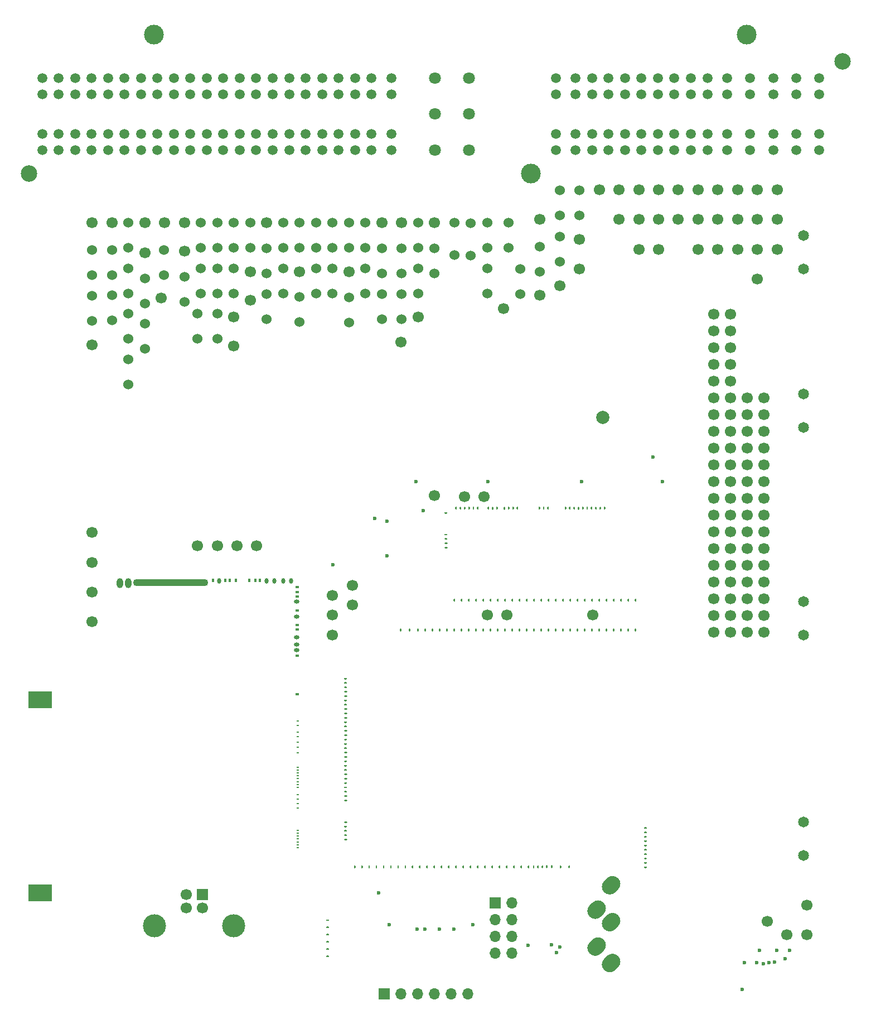
<source format=gbs>
G04 #@! TF.GenerationSoftware,KiCad,Pcbnew,(5.99.0-10483-ga6ad7a4a70)*
G04 #@! TF.CreationDate,2021-09-12T02:07:26+03:00*
G04 #@! TF.ProjectId,hellen154hyundai,68656c6c-656e-4313-9534-6879756e6461,rev?*
G04 #@! TF.SameCoordinates,PX5f5e100PYc845880*
G04 #@! TF.FileFunction,Soldermask,Bot*
G04 #@! TF.FilePolarity,Negative*
%FSLAX46Y46*%
G04 Gerber Fmt 4.6, Leading zero omitted, Abs format (unit mm)*
G04 Created by KiCad (PCBNEW (5.99.0-10483-ga6ad7a4a70)) date 2021-09-12 02:07:26*
%MOMM*%
%LPD*%
G01*
G04 APERTURE LIST*
%ADD10C,1.700000*%
%ADD11C,1.524000*%
%ADD12R,1.700000X1.700000*%
%ADD13O,1.700000X1.700000*%
%ADD14C,3.000000*%
%ADD15C,2.500000*%
%ADD16C,1.500000*%
%ADD17C,1.800000*%
%ADD18C,3.500000*%
%ADD19C,1.650000*%
%ADD20C,0.599999*%
%ADD21O,1.000001X1.500000*%
%ADD22O,11.400000X1.100000*%
%ADD23O,0.399999X0.599999*%
%ADD24O,0.599999X0.800001*%
%ADD25O,0.599999X0.399999*%
%ADD26O,0.800001X0.599999*%
%ADD27O,0.399999X0.200000*%
%ADD28C,2.000000*%
%ADD29R,3.600000X2.600000*%
G04 APERTURE END LIST*
D10*
G04 #@! TO.C,P37*
X104500000Y128500000D03*
G04 #@! TD*
D11*
G04 #@! TO.C,R31*
X33000000Y105895000D03*
X33000000Y109705000D03*
G04 #@! TD*
D10*
G04 #@! TO.C,P33*
X128500000Y119500000D03*
G04 #@! TD*
G04 #@! TO.C,P46*
X113500000Y124000000D03*
G04 #@! TD*
D12*
G04 #@! TO.C,J3*
X71880000Y6500000D03*
D13*
X74420000Y6500000D03*
X76960000Y6500000D03*
X79500000Y6500000D03*
X82040000Y6500000D03*
X84580000Y6500000D03*
G04 #@! TD*
D11*
G04 #@! TO.C,F1*
X85000000Y123450000D03*
X85000000Y118550000D03*
G04 #@! TD*
D10*
G04 #@! TO.C,P53*
X122500000Y128500000D03*
G04 #@! TD*
G04 #@! TO.C,G9*
X126979999Y74110000D03*
X126979999Y76650000D03*
X126979999Y79190000D03*
X126979999Y81730000D03*
X126979999Y84270000D03*
X129519999Y74110000D03*
X129519999Y76650000D03*
X129519999Y79190000D03*
X129519999Y81730000D03*
X129519999Y84270000D03*
G04 #@! TD*
G04 #@! TO.C,P14*
X79500000Y123505000D03*
G04 #@! TD*
D14*
G04 #@! TO.C,P1*
X36912500Y152100000D03*
D15*
X141412500Y148000000D03*
D14*
X94112500Y131000000D03*
D15*
X17912500Y131000000D03*
D14*
X126912500Y152100000D03*
D16*
X137912500Y145500000D03*
X134412500Y145500000D03*
X130912500Y145500000D03*
X127412500Y145500000D03*
X123912500Y145500000D03*
X120912500Y145500000D03*
X118412500Y145500000D03*
X115912500Y145500000D03*
X113412500Y145500000D03*
X110912500Y145500000D03*
X108412500Y145500000D03*
X105912500Y145500000D03*
X103412500Y145500000D03*
X100912500Y145500000D03*
X97912500Y145500000D03*
X137912500Y143000000D03*
X134412500Y143000000D03*
X130912500Y143000000D03*
X127412500Y143000000D03*
X123912500Y143000000D03*
X120912500Y143000000D03*
X118412500Y143000000D03*
X115912500Y143000000D03*
X113412500Y143000000D03*
X110912500Y143000000D03*
X108412500Y143000000D03*
X105912500Y143000000D03*
X103412500Y143000000D03*
X100912500Y143000000D03*
X97912500Y143000000D03*
X137912500Y137000000D03*
X134412500Y137000000D03*
X130912500Y137000000D03*
X127412500Y137000000D03*
X123912500Y137000000D03*
X120912500Y137000000D03*
X118412500Y137000000D03*
X115912500Y137000000D03*
X113412500Y137000000D03*
X110912500Y137000000D03*
X108412500Y137000000D03*
X105912500Y137000000D03*
X103412500Y137000000D03*
X100912500Y137000000D03*
X97912500Y137000000D03*
X137912500Y134500000D03*
X134412500Y134500000D03*
X130912500Y134500000D03*
X127412500Y134500000D03*
X123912500Y134500000D03*
X120912500Y134500000D03*
X118412500Y134500000D03*
X115912500Y134500000D03*
X113412500Y134500000D03*
X110912500Y134500000D03*
X108412500Y134500000D03*
X105912500Y134500000D03*
X103412500Y134500000D03*
X100912500Y134500000D03*
X97912500Y134500000D03*
D17*
X84712500Y145500000D03*
X79512500Y145500000D03*
X84712500Y140000000D03*
X79512500Y140000000D03*
X84712500Y134500000D03*
X79512500Y134500000D03*
D16*
X72912500Y145500000D03*
X69912500Y145500000D03*
X67412500Y145500000D03*
X64912500Y145500000D03*
X62412500Y145500000D03*
X59912500Y145500000D03*
X57412500Y145500000D03*
X54912500Y145500000D03*
X52412500Y145500000D03*
X49912500Y145500000D03*
X47412500Y145500000D03*
X44912500Y145500000D03*
X42412500Y145500000D03*
X39912500Y145500000D03*
X37412500Y145500000D03*
X34912500Y145500000D03*
X32412500Y145500000D03*
X29912500Y145500000D03*
X27412500Y145500000D03*
X24912500Y145500000D03*
X22412500Y145500000D03*
X19912500Y145500000D03*
X72912500Y143000000D03*
X69912500Y143000000D03*
X67412500Y143000000D03*
X64912500Y143000000D03*
X62412500Y143000000D03*
X59912500Y143000000D03*
X57412500Y143000000D03*
X54912500Y143000000D03*
X52412500Y143000000D03*
X49912500Y143000000D03*
X47412500Y143000000D03*
X44912500Y143000000D03*
X42412500Y143000000D03*
X39912500Y143000000D03*
X37412500Y143000000D03*
X34912500Y143000000D03*
X32412500Y143000000D03*
X29912500Y143000000D03*
X27412500Y143000000D03*
X24912500Y143000000D03*
X22412500Y143000000D03*
X19912500Y143000000D03*
X72912500Y137000000D03*
X69912500Y137000000D03*
X67412500Y137000000D03*
X64912500Y137000000D03*
X62412500Y137000000D03*
X59912500Y137000000D03*
X57412500Y137000000D03*
X54912500Y137000000D03*
X52412500Y137000000D03*
X49912500Y137000000D03*
X47412500Y137000000D03*
X44912500Y137000000D03*
X42412500Y137000000D03*
X39912500Y137000000D03*
X37412500Y137000000D03*
X34912500Y137000000D03*
X32412500Y137000000D03*
X29912500Y137000000D03*
X27412500Y137000000D03*
X24912500Y137000000D03*
X22412500Y137000000D03*
X19912500Y137000000D03*
X72912500Y134500000D03*
X69912500Y134500000D03*
X67412500Y134500000D03*
X64912500Y134500000D03*
X62412500Y134500000D03*
X59912500Y134500000D03*
X57412500Y134500000D03*
X54912500Y134500000D03*
X52412500Y134500000D03*
X49912500Y134500000D03*
X47412500Y134500000D03*
X44912500Y134500000D03*
X42412500Y134500000D03*
X39912500Y134500000D03*
X37412500Y134500000D03*
X34912500Y134500000D03*
X32412500Y134500000D03*
X29912500Y134500000D03*
X27412500Y134500000D03*
X24912500Y134500000D03*
X22412500Y134500000D03*
X19912500Y134500000D03*
G04 #@! TD*
D11*
G04 #@! TO.C,R17*
X41500000Y111495000D03*
X41500000Y115305000D03*
G04 #@! TD*
D10*
G04 #@! TO.C,P45*
X116500000Y128500000D03*
G04 #@! TD*
D11*
G04 #@! TO.C,R30*
X35500000Y111295000D03*
X35500000Y115105000D03*
G04 #@! TD*
G04 #@! TO.C,R26*
X64000000Y112795000D03*
X64000000Y116605000D03*
G04 #@! TD*
D12*
G04 #@! TO.C,J40*
X44250000Y21577500D03*
D10*
X41750000Y21577500D03*
X41750000Y19577500D03*
X44250000Y19577500D03*
D18*
X49020000Y16867500D03*
X36980000Y16867500D03*
G04 #@! TD*
D10*
G04 #@! TO.C,P31*
X95500000Y112500000D03*
G04 #@! TD*
G04 #@! TO.C,P25*
X116500000Y124000000D03*
G04 #@! TD*
G04 #@! TO.C,P61*
X43500000Y74500000D03*
G04 #@! TD*
G04 #@! TO.C,P3*
X74400000Y105400000D03*
G04 #@! TD*
G04 #@! TO.C,P68*
X67000000Y68500000D03*
G04 #@! TD*
D11*
G04 #@! TO.C,R52*
X46500000Y119695000D03*
X46500000Y123505000D03*
G04 #@! TD*
G04 #@! TO.C,R49*
X56500000Y112745001D03*
X56500000Y116555001D03*
G04 #@! TD*
D10*
G04 #@! TO.C,P42*
X125500000Y124000000D03*
G04 #@! TD*
D11*
G04 #@! TO.C,R25*
X69000000Y112795000D03*
X69000000Y116605000D03*
G04 #@! TD*
G04 #@! TO.C,R28*
X54000000Y108895000D03*
X54000000Y112705000D03*
G04 #@! TD*
D10*
G04 #@! TO.C,P24*
X122500000Y119500000D03*
G04 #@! TD*
D11*
G04 #@! TO.C,R18*
X35500000Y104395000D03*
X35500000Y108205000D03*
G04 #@! TD*
D10*
G04 #@! TO.C,G7*
X126980000Y86810001D03*
X126980000Y89350001D03*
X126980000Y91890001D03*
X126980000Y94430001D03*
X126980000Y96970001D03*
X129520000Y86810001D03*
X129520000Y89350001D03*
X129520000Y91890001D03*
X129520000Y94430001D03*
X129520000Y96970001D03*
G04 #@! TD*
G04 #@! TO.C,P77*
X90500000Y64000000D03*
G04 #@! TD*
G04 #@! TO.C,P10*
X27500000Y105000000D03*
G04 #@! TD*
G04 #@! TO.C,P29*
X110500000Y124000000D03*
G04 #@! TD*
G04 #@! TO.C,P41*
X128500000Y124000000D03*
G04 #@! TD*
G04 #@! TO.C,P51*
X128500000Y128500000D03*
G04 #@! TD*
G04 #@! TO.C,M7*
G36*
G01*
X63150004Y17824995D02*
X63400002Y17824995D01*
G75*
G02*
X63525002Y17699995I0J-125000D01*
G01*
X63525002Y17699995D01*
G75*
G02*
X63400002Y17574995I-125000J0D01*
G01*
X63150004Y17574995D01*
G75*
G02*
X63025004Y17699995I0J125000D01*
G01*
X63025004Y17699995D01*
G75*
G02*
X63150004Y17824995I125000J0D01*
G01*
G37*
G36*
G01*
X63150004Y16724997D02*
X63400002Y16724997D01*
G75*
G02*
X63525002Y16599997I0J-125000D01*
G01*
X63525002Y16599997D01*
G75*
G02*
X63400002Y16474997I-125000J0D01*
G01*
X63150004Y16474997D01*
G75*
G02*
X63025004Y16599997I0J125000D01*
G01*
X63025004Y16599997D01*
G75*
G02*
X63150004Y16724997I125000J0D01*
G01*
G37*
G36*
G01*
X63150004Y15624999D02*
X63400002Y15624999D01*
G75*
G02*
X63525002Y15499999I0J-125000D01*
G01*
X63525002Y15499999D01*
G75*
G02*
X63400002Y15374999I-125000J0D01*
G01*
X63150004Y15374999D01*
G75*
G02*
X63025004Y15499999I0J125000D01*
G01*
X63025004Y15499999D01*
G75*
G02*
X63150004Y15624999I125000J0D01*
G01*
G37*
G36*
G01*
X63150004Y14525001D02*
X63400002Y14525001D01*
G75*
G02*
X63525002Y14400001I0J-125000D01*
G01*
X63525002Y14400001D01*
G75*
G02*
X63400002Y14275001I-125000J0D01*
G01*
X63150004Y14275001D01*
G75*
G02*
X63025004Y14400001I0J125000D01*
G01*
X63025004Y14400001D01*
G75*
G02*
X63150004Y14525001I125000J0D01*
G01*
G37*
G36*
G01*
X63150004Y13425003D02*
X63400002Y13425003D01*
G75*
G02*
X63525002Y13300003I0J-125000D01*
G01*
X63525002Y13300003D01*
G75*
G02*
X63400002Y13175003I-125000J0D01*
G01*
X63150004Y13175003D01*
G75*
G02*
X63025004Y13300003I0J125000D01*
G01*
X63025004Y13300003D01*
G75*
G02*
X63150004Y13425003I125000J0D01*
G01*
G37*
G36*
G01*
X63150004Y12325006D02*
X63400002Y12325006D01*
G75*
G02*
X63525002Y12200006I0J-125000D01*
G01*
X63525002Y12200006D01*
G75*
G02*
X63400002Y12075006I-125000J0D01*
G01*
X63150004Y12075006D01*
G75*
G02*
X63025004Y12200006I0J125000D01*
G01*
X63025004Y12200006D01*
G75*
G02*
X63150004Y12325006I125000J0D01*
G01*
G37*
G04 #@! TD*
D11*
G04 #@! TO.C,R32*
X77000000Y119695000D03*
X77000000Y123505000D03*
G04 #@! TD*
D10*
G04 #@! TO.C,P44*
X119500000Y128500000D03*
G04 #@! TD*
D11*
G04 #@! TO.C,R58*
X101500000Y124595000D03*
X101500000Y128405000D03*
G04 #@! TD*
G04 #@! TO.C,R11*
X56500000Y119695000D03*
X56500000Y123505000D03*
G04 #@! TD*
D10*
G04 #@! TO.C,P13*
X35500000Y119000000D03*
G04 #@! TD*
G04 #@! TO.C,G5*
X121900000Y61410000D03*
X121900000Y63950000D03*
X121900000Y66490000D03*
X121900000Y69030000D03*
X121900000Y71570000D03*
X124440000Y61410000D03*
X124440000Y63950000D03*
X124440000Y66490000D03*
X124440000Y69030000D03*
X124440000Y71570000D03*
G04 #@! TD*
G04 #@! TO.C,P56*
X136000000Y20000000D03*
G04 #@! TD*
G04 #@! TO.C,P7*
X59000000Y116100000D03*
G04 #@! TD*
G04 #@! TO.C,P23*
X128500000Y115000000D03*
G04 #@! TD*
G04 #@! TO.C,P21*
X30500000Y123500000D03*
G04 #@! TD*
D11*
G04 #@! TO.C,R10*
X59000000Y108495000D03*
X59000000Y112305000D03*
G04 #@! TD*
D10*
G04 #@! TO.C,P66*
X46500000Y74500000D03*
G04 #@! TD*
D11*
G04 #@! TO.C,R44*
X27500000Y108595000D03*
X27500000Y112405000D03*
G04 #@! TD*
G04 #@! TO.C,R39*
X49000000Y112795000D03*
X49000000Y116605000D03*
G04 #@! TD*
G04 #@! TO.C,R43*
X33000000Y112795000D03*
X33000000Y116605000D03*
G04 #@! TD*
G04 #@! TO.C,R4*
X87500000Y119690000D03*
X87500000Y123500000D03*
G04 #@! TD*
G04 #@! TO.C,R12*
X46500000Y105895000D03*
X46500000Y109705000D03*
G04 #@! TD*
D10*
G04 #@! TO.C,P18*
X41500000Y123500000D03*
G04 #@! TD*
D11*
G04 #@! TO.C,R19*
X33000000Y98995000D03*
X33000000Y102805000D03*
G04 #@! TD*
D10*
G04 #@! TO.C,P27*
X113500000Y119500000D03*
G04 #@! TD*
G04 #@! TO.C,P50*
X131500000Y128500000D03*
G04 #@! TD*
D11*
G04 #@! TO.C,R20*
X30500000Y108695000D03*
X30500000Y112505000D03*
G04 #@! TD*
D10*
G04 #@! TO.C,P59*
X136000000Y15500000D03*
G04 #@! TD*
G04 #@! TO.C,P62*
X27500000Y63000000D03*
G04 #@! TD*
G04 #@! TO.C,G10*
X121900000Y99510000D03*
X121900000Y102050000D03*
X121900000Y104590000D03*
X121900000Y107130000D03*
X121900000Y109670000D03*
X124440000Y99510000D03*
X124440000Y102050000D03*
X124440000Y104590000D03*
X124440000Y107130000D03*
X124440000Y109670000D03*
G04 #@! TD*
G04 #@! TO.C,G4*
X121900000Y74110000D03*
X121900000Y76650000D03*
X121900000Y79190000D03*
X121900000Y81730000D03*
X121900000Y84270000D03*
X124440000Y74110000D03*
X124440000Y76650000D03*
X124440000Y79190000D03*
X124440000Y81730000D03*
X124440000Y84270000D03*
G04 #@! TD*
G04 #@! TO.C,P12*
X41500000Y119200000D03*
G04 #@! TD*
D19*
G04 #@! TO.C,F6*
X135500000Y121580000D03*
X135500000Y116500000D03*
G04 #@! TD*
D11*
G04 #@! TO.C,R35*
X61500000Y112795000D03*
X61500000Y116605000D03*
G04 #@! TD*
D19*
G04 #@! TO.C,F4*
X135500000Y66080000D03*
X135500000Y61000000D03*
G04 #@! TD*
D11*
G04 #@! TO.C,R21*
X30500000Y115595000D03*
X30500000Y119405000D03*
G04 #@! TD*
G04 #@! TO.C,R29*
X43500000Y105895000D03*
X43500000Y109705000D03*
G04 #@! TD*
G04 #@! TO.C,R53*
X44000000Y119695000D03*
X44000000Y123505000D03*
G04 #@! TD*
G04 #@! TO.C,F2*
X82500000Y123500000D03*
X82500000Y118600000D03*
G04 #@! TD*
D10*
G04 #@! TO.C,P28*
X110500000Y119500000D03*
G04 #@! TD*
D11*
G04 #@! TO.C,R42*
X38400000Y115595000D03*
X38400000Y119405000D03*
G04 #@! TD*
G04 #@! TO.C,R55*
X95500000Y116095000D03*
X95500000Y119905000D03*
G04 #@! TD*
D10*
G04 #@! TO.C,P36*
X107500000Y124000000D03*
G04 #@! TD*
G04 #@! TO.C,J25*
G36*
G01*
X105160660Y20360660D02*
X105160660Y20360660D01*
G75*
G02*
X105160660Y18663604I-848528J-848528D01*
G01*
X104736396Y18239340D01*
G75*
G02*
X103039340Y18239340I-848528J848528D01*
G01*
X103039340Y18239340D01*
G75*
G02*
X103039340Y19936396I848528J848528D01*
G01*
X103463604Y20360660D01*
G75*
G02*
X105160660Y20360660I848528J-848528D01*
G01*
G37*
G36*
G01*
X107360660Y18460660D02*
X107360660Y18460660D01*
G75*
G02*
X107360660Y16763604I-848528J-848528D01*
G01*
X106936396Y16339340D01*
G75*
G02*
X105239340Y16339340I-848528J848528D01*
G01*
X105239340Y16339340D01*
G75*
G02*
X105239340Y18036396I848528J848528D01*
G01*
X105663604Y18460660D01*
G75*
G02*
X107360660Y18460660I848528J-848528D01*
G01*
G37*
G36*
G01*
X107360660Y12260660D02*
X107360660Y12260660D01*
G75*
G02*
X107360660Y10563604I-848528J-848528D01*
G01*
X106936396Y10139340D01*
G75*
G02*
X105239340Y10139340I-848528J848528D01*
G01*
X105239340Y10139340D01*
G75*
G02*
X105239340Y11836396I848528J848528D01*
G01*
X105663604Y12260660D01*
G75*
G02*
X107360660Y12260660I848528J-848528D01*
G01*
G37*
G36*
G01*
X105160660Y14760660D02*
X105160660Y14760660D01*
G75*
G02*
X105160660Y13063604I-848528J-848528D01*
G01*
X104736396Y12639340D01*
G75*
G02*
X103039340Y12639340I-848528J848528D01*
G01*
X103039340Y12639340D01*
G75*
G02*
X103039340Y14336396I848528J848528D01*
G01*
X103463604Y14760660D01*
G75*
G02*
X105160660Y14760660I848528J-848528D01*
G01*
G37*
G36*
G01*
X107360660Y24060660D02*
X107360660Y24060660D01*
G75*
G02*
X107360660Y22363604I-848528J-848528D01*
G01*
X106936396Y21939340D01*
G75*
G02*
X105239340Y21939340I-848528J848528D01*
G01*
X105239340Y21939340D01*
G75*
G02*
X105239340Y23636396I848528J848528D01*
G01*
X105663604Y24060660D01*
G75*
G02*
X107360660Y24060660I848528J-848528D01*
G01*
G37*
G04 #@! TD*
D11*
G04 #@! TO.C,R24*
X71500000Y108895000D03*
X71500000Y112705000D03*
G04 #@! TD*
D10*
G04 #@! TO.C,P9*
X38000000Y112100000D03*
G04 #@! TD*
G04 #@! TO.C,P38*
X101500000Y116500000D03*
G04 #@! TD*
D19*
G04 #@! TO.C,F3*
X135500000Y32580000D03*
X135500000Y27500000D03*
G04 #@! TD*
D10*
G04 #@! TO.C,P71*
X64000000Y64000000D03*
G04 #@! TD*
G04 #@! TO.C,P57*
X130000000Y17500000D03*
G04 #@! TD*
D12*
G04 #@! TO.C,J39*
X88725000Y20300000D03*
D13*
X91265000Y20300000D03*
X88725000Y17760000D03*
X91265000Y17760000D03*
X88725000Y15220000D03*
X91265000Y15220000D03*
X88725000Y12680000D03*
X91265000Y12680000D03*
G04 #@! TD*
D10*
G04 #@! TO.C,P32*
X131500000Y119500000D03*
G04 #@! TD*
G04 #@! TO.C,P20*
X35500000Y123500000D03*
G04 #@! TD*
D11*
G04 #@! TO.C,R51*
X49000000Y119695000D03*
X49000000Y123505000D03*
G04 #@! TD*
G04 #@! TO.C,R36*
X59000000Y119695000D03*
X59000000Y123505000D03*
G04 #@! TD*
G04 #@! TO.C,R57*
X90700000Y119690000D03*
X90700000Y123500000D03*
G04 #@! TD*
D20*
G04 #@! TO.C,M2*
X128436869Y11294889D03*
X128861877Y13129899D03*
X129411874Y11079891D03*
X130286833Y11294886D03*
X131136856Y11369893D03*
X131461872Y13129899D03*
X132761839Y11819899D03*
X133411856Y13129899D03*
X126236853Y7204884D03*
X126536855Y11279890D03*
G04 #@! TD*
D19*
G04 #@! TO.C,F5*
X135500000Y97540000D03*
X135500000Y92460000D03*
G04 #@! TD*
D20*
G04 #@! TO.C,M11*
X114075769Y84212480D03*
X87612502Y84212480D03*
X76712503Y84212480D03*
X101812501Y84212480D03*
X112687496Y88012492D03*
G04 #@! TD*
D11*
G04 #@! TO.C,R33*
X74500000Y115795000D03*
X74500000Y119605000D03*
G04 #@! TD*
D20*
G04 #@! TO.C,M10*
X64066016Y71637888D03*
X72291016Y72962892D03*
X72273511Y78195386D03*
X70391015Y78687892D03*
X77741008Y79812878D03*
G04 #@! TD*
G04 #@! TO.C,M3*
G36*
G01*
X65860503Y30053625D02*
X66110503Y30053625D01*
G75*
G02*
X66235503Y29928625I0J-125000D01*
G01*
X66235503Y29928625D01*
G75*
G02*
X66110503Y29803625I-125000J0D01*
G01*
X65860503Y29803625D01*
G75*
G02*
X65735503Y29928625I0J125000D01*
G01*
X65735503Y29928625D01*
G75*
G02*
X65860503Y30053625I125000J0D01*
G01*
G37*
G36*
G01*
X66110503Y30463623D02*
X65860503Y30463623D01*
G75*
G02*
X65735503Y30588623I0J125000D01*
G01*
X65735503Y30588623D01*
G75*
G02*
X65860503Y30713623I125000J0D01*
G01*
X66110503Y30713623D01*
G75*
G02*
X66235503Y30588623I0J-125000D01*
G01*
X66235503Y30588623D01*
G75*
G02*
X66110503Y30463623I-125000J0D01*
G01*
G37*
G36*
G01*
X66110503Y31123628D02*
X65860503Y31123628D01*
G75*
G02*
X65735503Y31248628I0J125000D01*
G01*
X65735503Y31248628D01*
G75*
G02*
X65860503Y31373628I125000J0D01*
G01*
X66110503Y31373628D01*
G75*
G02*
X66235503Y31248628I0J-125000D01*
G01*
X66235503Y31248628D01*
G75*
G02*
X66110503Y31123628I-125000J0D01*
G01*
G37*
G36*
G01*
X66110503Y31783623D02*
X65860503Y31783623D01*
G75*
G02*
X65735503Y31908623I0J125000D01*
G01*
X65735503Y31908623D01*
G75*
G02*
X65860503Y32033623I125000J0D01*
G01*
X66110503Y32033623D01*
G75*
G02*
X66235503Y31908623I0J-125000D01*
G01*
X66235503Y31908623D01*
G75*
G02*
X66110503Y31783623I-125000J0D01*
G01*
G37*
G36*
G01*
X66110503Y32443625D02*
X65860503Y32443625D01*
G75*
G02*
X65735503Y32568625I0J125000D01*
G01*
X65735503Y32568625D01*
G75*
G02*
X65860503Y32693625I125000J0D01*
G01*
X66110503Y32693625D01*
G75*
G02*
X66235503Y32568625I0J-125000D01*
G01*
X66235503Y32568625D01*
G75*
G02*
X66110503Y32443625I-125000J0D01*
G01*
G37*
G36*
G01*
X66110503Y35743626D02*
X65860503Y35743626D01*
G75*
G02*
X65735503Y35868626I0J125000D01*
G01*
X65735503Y35868626D01*
G75*
G02*
X65860503Y35993626I125000J0D01*
G01*
X66110503Y35993626D01*
G75*
G02*
X66235503Y35868626I0J-125000D01*
G01*
X66235503Y35868626D01*
G75*
G02*
X66110503Y35743626I-125000J0D01*
G01*
G37*
G36*
G01*
X66110503Y36403627D02*
X65860503Y36403627D01*
G75*
G02*
X65735503Y36528627I0J125000D01*
G01*
X65735503Y36528627D01*
G75*
G02*
X65860503Y36653627I125000J0D01*
G01*
X66110503Y36653627D01*
G75*
G02*
X66235503Y36528627I0J-125000D01*
G01*
X66235503Y36528627D01*
G75*
G02*
X66110503Y36403627I-125000J0D01*
G01*
G37*
G36*
G01*
X66110503Y37063629D02*
X65860503Y37063629D01*
G75*
G02*
X65735503Y37188629I0J125000D01*
G01*
X65735503Y37188629D01*
G75*
G02*
X65860503Y37313629I125000J0D01*
G01*
X66110503Y37313629D01*
G75*
G02*
X66235503Y37188629I0J-125000D01*
G01*
X66235503Y37188629D01*
G75*
G02*
X66110503Y37063629I-125000J0D01*
G01*
G37*
G36*
G01*
X66110503Y37723627D02*
X65860503Y37723627D01*
G75*
G02*
X65735503Y37848627I0J125000D01*
G01*
X65735503Y37848627D01*
G75*
G02*
X65860503Y37973627I125000J0D01*
G01*
X66110503Y37973627D01*
G75*
G02*
X66235503Y37848627I0J-125000D01*
G01*
X66235503Y37848627D01*
G75*
G02*
X66110503Y37723627I-125000J0D01*
G01*
G37*
G36*
G01*
X66110503Y38383629D02*
X65860503Y38383629D01*
G75*
G02*
X65735503Y38508629I0J125000D01*
G01*
X65735503Y38508629D01*
G75*
G02*
X65860503Y38633629I125000J0D01*
G01*
X66110503Y38633629D01*
G75*
G02*
X66235503Y38508629I0J-125000D01*
G01*
X66235503Y38508629D01*
G75*
G02*
X66110503Y38383629I-125000J0D01*
G01*
G37*
G36*
G01*
X66110503Y39043627D02*
X65860503Y39043627D01*
G75*
G02*
X65735503Y39168627I0J125000D01*
G01*
X65735503Y39168627D01*
G75*
G02*
X65860503Y39293627I125000J0D01*
G01*
X66110503Y39293627D01*
G75*
G02*
X66235503Y39168627I0J-125000D01*
G01*
X66235503Y39168627D01*
G75*
G02*
X66110503Y39043627I-125000J0D01*
G01*
G37*
G36*
G01*
X66110503Y39703628D02*
X65860503Y39703628D01*
G75*
G02*
X65735503Y39828628I0J125000D01*
G01*
X65735503Y39828628D01*
G75*
G02*
X65860503Y39953628I125000J0D01*
G01*
X66110503Y39953628D01*
G75*
G02*
X66235503Y39828628I0J-125000D01*
G01*
X66235503Y39828628D01*
G75*
G02*
X66110503Y39703628I-125000J0D01*
G01*
G37*
G36*
G01*
X66110503Y40363627D02*
X65860503Y40363627D01*
G75*
G02*
X65735503Y40488627I0J125000D01*
G01*
X65735503Y40488627D01*
G75*
G02*
X65860503Y40613627I125000J0D01*
G01*
X66110503Y40613627D01*
G75*
G02*
X66235503Y40488627I0J-125000D01*
G01*
X66235503Y40488627D01*
G75*
G02*
X66110503Y40363627I-125000J0D01*
G01*
G37*
G36*
G01*
X66110503Y41023628D02*
X65860503Y41023628D01*
G75*
G02*
X65735503Y41148628I0J125000D01*
G01*
X65735503Y41148628D01*
G75*
G02*
X65860503Y41273628I125000J0D01*
G01*
X66110503Y41273628D01*
G75*
G02*
X66235503Y41148628I0J-125000D01*
G01*
X66235503Y41148628D01*
G75*
G02*
X66110503Y41023628I-125000J0D01*
G01*
G37*
G36*
G01*
X66110503Y41683627D02*
X65860503Y41683627D01*
G75*
G02*
X65735503Y41808627I0J125000D01*
G01*
X65735503Y41808627D01*
G75*
G02*
X65860503Y41933627I125000J0D01*
G01*
X66110503Y41933627D01*
G75*
G02*
X66235503Y41808627I0J-125000D01*
G01*
X66235503Y41808627D01*
G75*
G02*
X66110503Y41683627I-125000J0D01*
G01*
G37*
G36*
G01*
X66110503Y42343628D02*
X65860503Y42343628D01*
G75*
G02*
X65735503Y42468628I0J125000D01*
G01*
X65735503Y42468628D01*
G75*
G02*
X65860503Y42593628I125000J0D01*
G01*
X66110503Y42593628D01*
G75*
G02*
X66235503Y42468628I0J-125000D01*
G01*
X66235503Y42468628D01*
G75*
G02*
X66110503Y42343628I-125000J0D01*
G01*
G37*
G36*
G01*
X66110503Y43003627D02*
X65860503Y43003627D01*
G75*
G02*
X65735503Y43128627I0J125000D01*
G01*
X65735503Y43128627D01*
G75*
G02*
X65860503Y43253627I125000J0D01*
G01*
X66110503Y43253627D01*
G75*
G02*
X66235503Y43128627I0J-125000D01*
G01*
X66235503Y43128627D01*
G75*
G02*
X66110503Y43003627I-125000J0D01*
G01*
G37*
G36*
G01*
X66110503Y43663628D02*
X65860503Y43663628D01*
G75*
G02*
X65735503Y43788628I0J125000D01*
G01*
X65735503Y43788628D01*
G75*
G02*
X65860503Y43913628I125000J0D01*
G01*
X66110503Y43913628D01*
G75*
G02*
X66235503Y43788628I0J-125000D01*
G01*
X66235503Y43788628D01*
G75*
G02*
X66110503Y43663628I-125000J0D01*
G01*
G37*
G36*
G01*
X66110503Y44323627D02*
X65860503Y44323627D01*
G75*
G02*
X65735503Y44448627I0J125000D01*
G01*
X65735503Y44448627D01*
G75*
G02*
X65860503Y44573627I125000J0D01*
G01*
X66110503Y44573627D01*
G75*
G02*
X66235503Y44448627I0J-125000D01*
G01*
X66235503Y44448627D01*
G75*
G02*
X66110503Y44323627I-125000J0D01*
G01*
G37*
G36*
G01*
X66110503Y44983628D02*
X65860503Y44983628D01*
G75*
G02*
X65735503Y45108628I0J125000D01*
G01*
X65735503Y45108628D01*
G75*
G02*
X65860503Y45233628I125000J0D01*
G01*
X66110503Y45233628D01*
G75*
G02*
X66235503Y45108628I0J-125000D01*
G01*
X66235503Y45108628D01*
G75*
G02*
X66110503Y44983628I-125000J0D01*
G01*
G37*
G36*
G01*
X66110503Y45643627D02*
X65860503Y45643627D01*
G75*
G02*
X65735503Y45768627I0J125000D01*
G01*
X65735503Y45768627D01*
G75*
G02*
X65860503Y45893627I125000J0D01*
G01*
X66110503Y45893627D01*
G75*
G02*
X66235503Y45768627I0J-125000D01*
G01*
X66235503Y45768627D01*
G75*
G02*
X66110503Y45643627I-125000J0D01*
G01*
G37*
G36*
G01*
X66110503Y46303628D02*
X65860503Y46303628D01*
G75*
G02*
X65735503Y46428628I0J125000D01*
G01*
X65735503Y46428628D01*
G75*
G02*
X65860503Y46553628I125000J0D01*
G01*
X66110503Y46553628D01*
G75*
G02*
X66235503Y46428628I0J-125000D01*
G01*
X66235503Y46428628D01*
G75*
G02*
X66110503Y46303628I-125000J0D01*
G01*
G37*
G36*
G01*
X66110503Y46963627D02*
X65860503Y46963627D01*
G75*
G02*
X65735503Y47088627I0J125000D01*
G01*
X65735503Y47088627D01*
G75*
G02*
X65860503Y47213627I125000J0D01*
G01*
X66110503Y47213627D01*
G75*
G02*
X66235503Y47088627I0J-125000D01*
G01*
X66235503Y47088627D01*
G75*
G02*
X66110503Y46963627I-125000J0D01*
G01*
G37*
G36*
G01*
X66110503Y47623628D02*
X65860503Y47623628D01*
G75*
G02*
X65735503Y47748628I0J125000D01*
G01*
X65735503Y47748628D01*
G75*
G02*
X65860503Y47873628I125000J0D01*
G01*
X66110503Y47873628D01*
G75*
G02*
X66235503Y47748628I0J-125000D01*
G01*
X66235503Y47748628D01*
G75*
G02*
X66110503Y47623628I-125000J0D01*
G01*
G37*
G36*
G01*
X66110503Y48283627D02*
X65860503Y48283627D01*
G75*
G02*
X65735503Y48408627I0J125000D01*
G01*
X65735503Y48408627D01*
G75*
G02*
X65860503Y48533627I125000J0D01*
G01*
X66110503Y48533627D01*
G75*
G02*
X66235503Y48408627I0J-125000D01*
G01*
X66235503Y48408627D01*
G75*
G02*
X66110503Y48283627I-125000J0D01*
G01*
G37*
G36*
G01*
X66110503Y48943628D02*
X65860503Y48943628D01*
G75*
G02*
X65735503Y49068628I0J125000D01*
G01*
X65735503Y49068628D01*
G75*
G02*
X65860503Y49193628I125000J0D01*
G01*
X66110503Y49193628D01*
G75*
G02*
X66235503Y49068628I0J-125000D01*
G01*
X66235503Y49068628D01*
G75*
G02*
X66110503Y48943628I-125000J0D01*
G01*
G37*
G36*
G01*
X66110503Y49603626D02*
X65860503Y49603626D01*
G75*
G02*
X65735503Y49728626I0J125000D01*
G01*
X65735503Y49728626D01*
G75*
G02*
X65860503Y49853626I125000J0D01*
G01*
X66110503Y49853626D01*
G75*
G02*
X66235503Y49728626I0J-125000D01*
G01*
X66235503Y49728626D01*
G75*
G02*
X66110503Y49603626I-125000J0D01*
G01*
G37*
G36*
G01*
X66110503Y50263628D02*
X65860503Y50263628D01*
G75*
G02*
X65735503Y50388628I0J125000D01*
G01*
X65735503Y50388628D01*
G75*
G02*
X65860503Y50513628I125000J0D01*
G01*
X66110503Y50513628D01*
G75*
G02*
X66235503Y50388628I0J-125000D01*
G01*
X66235503Y50388628D01*
G75*
G02*
X66110503Y50263628I-125000J0D01*
G01*
G37*
G36*
G01*
X66110503Y50923626D02*
X65860503Y50923626D01*
G75*
G02*
X65735503Y51048626I0J125000D01*
G01*
X65735503Y51048626D01*
G75*
G02*
X65860503Y51173626I125000J0D01*
G01*
X66110503Y51173626D01*
G75*
G02*
X66235503Y51048626I0J-125000D01*
G01*
X66235503Y51048626D01*
G75*
G02*
X66110503Y50923626I-125000J0D01*
G01*
G37*
G36*
G01*
X66110503Y51583628D02*
X65860503Y51583628D01*
G75*
G02*
X65735503Y51708628I0J125000D01*
G01*
X65735503Y51708628D01*
G75*
G02*
X65860503Y51833628I125000J0D01*
G01*
X66110503Y51833628D01*
G75*
G02*
X66235503Y51708628I0J-125000D01*
G01*
X66235503Y51708628D01*
G75*
G02*
X66110503Y51583628I-125000J0D01*
G01*
G37*
G36*
G01*
X66110503Y52243626D02*
X65860503Y52243626D01*
G75*
G02*
X65735503Y52368626I0J125000D01*
G01*
X65735503Y52368626D01*
G75*
G02*
X65860503Y52493626I125000J0D01*
G01*
X66110503Y52493626D01*
G75*
G02*
X66235503Y52368626I0J-125000D01*
G01*
X66235503Y52368626D01*
G75*
G02*
X66110503Y52243626I-125000J0D01*
G01*
G37*
G36*
G01*
X66110503Y52903627D02*
X65860503Y52903627D01*
G75*
G02*
X65735503Y53028627I0J125000D01*
G01*
X65735503Y53028627D01*
G75*
G02*
X65860503Y53153627I125000J0D01*
G01*
X66110503Y53153627D01*
G75*
G02*
X66235503Y53028627I0J-125000D01*
G01*
X66235503Y53028627D01*
G75*
G02*
X66110503Y52903627I-125000J0D01*
G01*
G37*
G36*
G01*
X66110503Y53563626D02*
X65860503Y53563626D01*
G75*
G02*
X65735503Y53688626I0J125000D01*
G01*
X65735503Y53688626D01*
G75*
G02*
X65860503Y53813626I125000J0D01*
G01*
X66110503Y53813626D01*
G75*
G02*
X66235503Y53688626I0J-125000D01*
G01*
X66235503Y53688626D01*
G75*
G02*
X66110503Y53563626I-125000J0D01*
G01*
G37*
G36*
G01*
X66110503Y54223627D02*
X65860503Y54223627D01*
G75*
G02*
X65735503Y54348627I0J125000D01*
G01*
X65735503Y54348627D01*
G75*
G02*
X65860503Y54473627I125000J0D01*
G01*
X66110503Y54473627D01*
G75*
G02*
X66235503Y54348627I0J-125000D01*
G01*
X66235503Y54348627D01*
G75*
G02*
X66110503Y54223627I-125000J0D01*
G01*
G37*
G36*
G01*
X99807501Y25676623D02*
X99807501Y25926623D01*
G75*
G02*
X99932501Y26051623I125000J0D01*
G01*
X99932501Y26051623D01*
G75*
G02*
X100057501Y25926623I0J-125000D01*
G01*
X100057501Y25676623D01*
G75*
G02*
X99932501Y25551623I-125000J0D01*
G01*
X99932501Y25551623D01*
G75*
G02*
X99807501Y25676623I0J125000D01*
G01*
G37*
G36*
G01*
X98737499Y25926623D02*
X98737499Y25676623D01*
G75*
G02*
X98612499Y25551623I-125000J0D01*
G01*
X98612499Y25551623D01*
G75*
G02*
X98487499Y25676623I0J125000D01*
G01*
X98487499Y25926623D01*
G75*
G02*
X98612499Y26051623I125000J0D01*
G01*
X98612499Y26051623D01*
G75*
G02*
X98737499Y25926623I0J-125000D01*
G01*
G37*
G36*
G01*
X97417496Y25926623D02*
X97417496Y25676623D01*
G75*
G02*
X97292496Y25551623I-125000J0D01*
G01*
X97292496Y25551623D01*
G75*
G02*
X97167496Y25676623I0J125000D01*
G01*
X97167496Y25926623D01*
G75*
G02*
X97292496Y26051623I125000J0D01*
G01*
X97292496Y26051623D01*
G75*
G02*
X97417496Y25926623I0J-125000D01*
G01*
G37*
G36*
G01*
X96657498Y25926623D02*
X96657498Y25676623D01*
G75*
G02*
X96532498Y25551623I-125000J0D01*
G01*
X96532498Y25551623D01*
G75*
G02*
X96407498Y25676623I0J125000D01*
G01*
X96407498Y25926623D01*
G75*
G02*
X96532498Y26051623I125000J0D01*
G01*
X96532498Y26051623D01*
G75*
G02*
X96657498Y25926623I0J-125000D01*
G01*
G37*
G36*
G01*
X95992495Y25926623D02*
X95992495Y25676623D01*
G75*
G02*
X95867495Y25551623I-125000J0D01*
G01*
X95867495Y25551623D01*
G75*
G02*
X95742495Y25676623I0J125000D01*
G01*
X95742495Y25926623D01*
G75*
G02*
X95867495Y26051623I125000J0D01*
G01*
X95867495Y26051623D01*
G75*
G02*
X95992495Y25926623I0J-125000D01*
G01*
G37*
G36*
G01*
X95327493Y25926623D02*
X95327493Y25676623D01*
G75*
G02*
X95202493Y25551623I-125000J0D01*
G01*
X95202493Y25551623D01*
G75*
G02*
X95077493Y25676623I0J125000D01*
G01*
X95077493Y25926623D01*
G75*
G02*
X95202493Y26051623I125000J0D01*
G01*
X95202493Y26051623D01*
G75*
G02*
X95327493Y25926623I0J-125000D01*
G01*
G37*
G36*
G01*
X94662503Y25926623D02*
X94662503Y25676623D01*
G75*
G02*
X94537503Y25551623I-125000J0D01*
G01*
X94537503Y25551623D01*
G75*
G02*
X94412503Y25676623I0J125000D01*
G01*
X94412503Y25926623D01*
G75*
G02*
X94537503Y26051623I125000J0D01*
G01*
X94537503Y26051623D01*
G75*
G02*
X94662503Y25926623I0J-125000D01*
G01*
G37*
G36*
G01*
X93887503Y25926623D02*
X93887503Y25676623D01*
G75*
G02*
X93762503Y25551623I-125000J0D01*
G01*
X93762503Y25551623D01*
G75*
G02*
X93637503Y25676623I0J125000D01*
G01*
X93637503Y25926623D01*
G75*
G02*
X93762503Y26051623I125000J0D01*
G01*
X93762503Y26051623D01*
G75*
G02*
X93887503Y25926623I0J-125000D01*
G01*
G37*
G36*
G01*
X92787505Y25926623D02*
X92787505Y25676623D01*
G75*
G02*
X92662505Y25551623I-125000J0D01*
G01*
X92662505Y25551623D01*
G75*
G02*
X92537505Y25676623I0J125000D01*
G01*
X92537505Y25926623D01*
G75*
G02*
X92662505Y26051623I125000J0D01*
G01*
X92662505Y26051623D01*
G75*
G02*
X92787505Y25926623I0J-125000D01*
G01*
G37*
G36*
G01*
X91687508Y25926623D02*
X91687508Y25676623D01*
G75*
G02*
X91562508Y25551623I-125000J0D01*
G01*
X91562508Y25551623D01*
G75*
G02*
X91437508Y25676623I0J125000D01*
G01*
X91437508Y25926623D01*
G75*
G02*
X91562508Y26051623I125000J0D01*
G01*
X91562508Y26051623D01*
G75*
G02*
X91687508Y25926623I0J-125000D01*
G01*
G37*
G36*
G01*
X90587510Y25926623D02*
X90587510Y25676623D01*
G75*
G02*
X90462510Y25551623I-125000J0D01*
G01*
X90462510Y25551623D01*
G75*
G02*
X90337510Y25676623I0J125000D01*
G01*
X90337510Y25926623D01*
G75*
G02*
X90462510Y26051623I125000J0D01*
G01*
X90462510Y26051623D01*
G75*
G02*
X90587510Y25926623I0J-125000D01*
G01*
G37*
G36*
G01*
X89487512Y25926623D02*
X89487512Y25676623D01*
G75*
G02*
X89362512Y25551623I-125000J0D01*
G01*
X89362512Y25551623D01*
G75*
G02*
X89237512Y25676623I0J125000D01*
G01*
X89237512Y25926623D01*
G75*
G02*
X89362512Y26051623I125000J0D01*
G01*
X89362512Y26051623D01*
G75*
G02*
X89487512Y25926623I0J-125000D01*
G01*
G37*
G36*
G01*
X88387514Y25926623D02*
X88387514Y25676623D01*
G75*
G02*
X88262514Y25551623I-125000J0D01*
G01*
X88262514Y25551623D01*
G75*
G02*
X88137514Y25676623I0J125000D01*
G01*
X88137514Y25926623D01*
G75*
G02*
X88262514Y26051623I125000J0D01*
G01*
X88262514Y26051623D01*
G75*
G02*
X88387514Y25926623I0J-125000D01*
G01*
G37*
G36*
G01*
X87287516Y25926623D02*
X87287516Y25676623D01*
G75*
G02*
X87162516Y25551623I-125000J0D01*
G01*
X87162516Y25551623D01*
G75*
G02*
X87037516Y25676623I0J125000D01*
G01*
X87037516Y25926623D01*
G75*
G02*
X87162516Y26051623I125000J0D01*
G01*
X87162516Y26051623D01*
G75*
G02*
X87287516Y25926623I0J-125000D01*
G01*
G37*
G36*
G01*
X86187519Y25926623D02*
X86187519Y25676623D01*
G75*
G02*
X86062519Y25551623I-125000J0D01*
G01*
X86062519Y25551623D01*
G75*
G02*
X85937519Y25676623I0J125000D01*
G01*
X85937519Y25926623D01*
G75*
G02*
X86062519Y26051623I125000J0D01*
G01*
X86062519Y26051623D01*
G75*
G02*
X86187519Y25926623I0J-125000D01*
G01*
G37*
G36*
G01*
X85087521Y25926623D02*
X85087521Y25676623D01*
G75*
G02*
X84962521Y25551623I-125000J0D01*
G01*
X84962521Y25551623D01*
G75*
G02*
X84837521Y25676623I0J125000D01*
G01*
X84837521Y25926623D01*
G75*
G02*
X84962521Y26051623I125000J0D01*
G01*
X84962521Y26051623D01*
G75*
G02*
X85087521Y25926623I0J-125000D01*
G01*
G37*
G36*
G01*
X83987523Y25926623D02*
X83987523Y25676623D01*
G75*
G02*
X83862523Y25551623I-125000J0D01*
G01*
X83862523Y25551623D01*
G75*
G02*
X83737523Y25676623I0J125000D01*
G01*
X83737523Y25926623D01*
G75*
G02*
X83862523Y26051623I125000J0D01*
G01*
X83862523Y26051623D01*
G75*
G02*
X83987523Y25926623I0J-125000D01*
G01*
G37*
G36*
G01*
X82887525Y25926623D02*
X82887525Y25676623D01*
G75*
G02*
X82762525Y25551623I-125000J0D01*
G01*
X82762525Y25551623D01*
G75*
G02*
X82637525Y25676623I0J125000D01*
G01*
X82637525Y25926623D01*
G75*
G02*
X82762525Y26051623I125000J0D01*
G01*
X82762525Y26051623D01*
G75*
G02*
X82887525Y25926623I0J-125000D01*
G01*
G37*
G36*
G01*
X81787527Y25926623D02*
X81787527Y25676623D01*
G75*
G02*
X81662527Y25551623I-125000J0D01*
G01*
X81662527Y25551623D01*
G75*
G02*
X81537527Y25676623I0J125000D01*
G01*
X81537527Y25926623D01*
G75*
G02*
X81662527Y26051623I125000J0D01*
G01*
X81662527Y26051623D01*
G75*
G02*
X81787527Y25926623I0J-125000D01*
G01*
G37*
G36*
G01*
X80687530Y25926623D02*
X80687530Y25676623D01*
G75*
G02*
X80562530Y25551623I-125000J0D01*
G01*
X80562530Y25551623D01*
G75*
G02*
X80437530Y25676623I0J125000D01*
G01*
X80437530Y25926623D01*
G75*
G02*
X80562530Y26051623I125000J0D01*
G01*
X80562530Y26051623D01*
G75*
G02*
X80687530Y25926623I0J-125000D01*
G01*
G37*
G36*
G01*
X79587532Y25926623D02*
X79587532Y25676623D01*
G75*
G02*
X79462532Y25551623I-125000J0D01*
G01*
X79462532Y25551623D01*
G75*
G02*
X79337532Y25676623I0J125000D01*
G01*
X79337532Y25926623D01*
G75*
G02*
X79462532Y26051623I125000J0D01*
G01*
X79462532Y26051623D01*
G75*
G02*
X79587532Y25926623I0J-125000D01*
G01*
G37*
G36*
G01*
X78487534Y25926623D02*
X78487534Y25676623D01*
G75*
G02*
X78362534Y25551623I-125000J0D01*
G01*
X78362534Y25551623D01*
G75*
G02*
X78237534Y25676623I0J125000D01*
G01*
X78237534Y25926623D01*
G75*
G02*
X78362534Y26051623I125000J0D01*
G01*
X78362534Y26051623D01*
G75*
G02*
X78487534Y25926623I0J-125000D01*
G01*
G37*
G36*
G01*
X77387536Y25926623D02*
X77387536Y25676623D01*
G75*
G02*
X77262536Y25551623I-125000J0D01*
G01*
X77262536Y25551623D01*
G75*
G02*
X77137536Y25676623I0J125000D01*
G01*
X77137536Y25926623D01*
G75*
G02*
X77262536Y26051623I125000J0D01*
G01*
X77262536Y26051623D01*
G75*
G02*
X77387536Y25926623I0J-125000D01*
G01*
G37*
G36*
G01*
X76287538Y25926623D02*
X76287538Y25676623D01*
G75*
G02*
X76162538Y25551623I-125000J0D01*
G01*
X76162538Y25551623D01*
G75*
G02*
X76037538Y25676623I0J125000D01*
G01*
X76037538Y25926623D01*
G75*
G02*
X76162538Y26051623I125000J0D01*
G01*
X76162538Y26051623D01*
G75*
G02*
X76287538Y25926623I0J-125000D01*
G01*
G37*
G36*
G01*
X75187541Y25926623D02*
X75187541Y25676623D01*
G75*
G02*
X75062541Y25551623I-125000J0D01*
G01*
X75062541Y25551623D01*
G75*
G02*
X74937541Y25676623I0J125000D01*
G01*
X74937541Y25926623D01*
G75*
G02*
X75062541Y26051623I125000J0D01*
G01*
X75062541Y26051623D01*
G75*
G02*
X75187541Y25926623I0J-125000D01*
G01*
G37*
G36*
G01*
X74087543Y25926623D02*
X74087543Y25676623D01*
G75*
G02*
X73962543Y25551623I-125000J0D01*
G01*
X73962543Y25551623D01*
G75*
G02*
X73837543Y25676623I0J125000D01*
G01*
X73837543Y25926623D01*
G75*
G02*
X73962543Y26051623I125000J0D01*
G01*
X73962543Y26051623D01*
G75*
G02*
X74087543Y25926623I0J-125000D01*
G01*
G37*
G36*
G01*
X72987545Y25926623D02*
X72987545Y25676623D01*
G75*
G02*
X72862545Y25551623I-125000J0D01*
G01*
X72862545Y25551623D01*
G75*
G02*
X72737545Y25676623I0J125000D01*
G01*
X72737545Y25926623D01*
G75*
G02*
X72862545Y26051623I125000J0D01*
G01*
X72862545Y26051623D01*
G75*
G02*
X72987545Y25926623I0J-125000D01*
G01*
G37*
G36*
G01*
X71887547Y25926623D02*
X71887547Y25676623D01*
G75*
G02*
X71762547Y25551623I-125000J0D01*
G01*
X71762547Y25551623D01*
G75*
G02*
X71637547Y25676623I0J125000D01*
G01*
X71637547Y25926623D01*
G75*
G02*
X71762547Y26051623I125000J0D01*
G01*
X71762547Y26051623D01*
G75*
G02*
X71887547Y25926623I0J-125000D01*
G01*
G37*
G36*
G01*
X70787549Y25926623D02*
X70787549Y25676623D01*
G75*
G02*
X70662549Y25551623I-125000J0D01*
G01*
X70662549Y25551623D01*
G75*
G02*
X70537549Y25676623I0J125000D01*
G01*
X70537549Y25926623D01*
G75*
G02*
X70662549Y26051623I125000J0D01*
G01*
X70662549Y26051623D01*
G75*
G02*
X70787549Y25926623I0J-125000D01*
G01*
G37*
G36*
G01*
X69687552Y25926623D02*
X69687552Y25676623D01*
G75*
G02*
X69562552Y25551623I-125000J0D01*
G01*
X69562552Y25551623D01*
G75*
G02*
X69437552Y25676623I0J125000D01*
G01*
X69437552Y25926623D01*
G75*
G02*
X69562552Y26051623I125000J0D01*
G01*
X69562552Y26051623D01*
G75*
G02*
X69687552Y25926623I0J-125000D01*
G01*
G37*
G36*
G01*
X68587554Y25926623D02*
X68587554Y25676623D01*
G75*
G02*
X68462554Y25551623I-125000J0D01*
G01*
X68462554Y25551623D01*
G75*
G02*
X68337554Y25676623I0J125000D01*
G01*
X68337554Y25926623D01*
G75*
G02*
X68462554Y26051623I125000J0D01*
G01*
X68462554Y26051623D01*
G75*
G02*
X68587554Y25926623I0J-125000D01*
G01*
G37*
G36*
G01*
X67487556Y25926623D02*
X67487556Y25676623D01*
G75*
G02*
X67362556Y25551623I-125000J0D01*
G01*
X67362556Y25551623D01*
G75*
G02*
X67237556Y25676623I0J125000D01*
G01*
X67237556Y25926623D01*
G75*
G02*
X67362556Y26051623I125000J0D01*
G01*
X67362556Y26051623D01*
G75*
G02*
X67487556Y25926623I0J-125000D01*
G01*
G37*
G36*
G01*
X74487499Y61855623D02*
X74487499Y61605623D01*
G75*
G02*
X74362499Y61480623I-125000J0D01*
G01*
X74362499Y61480623D01*
G75*
G02*
X74237499Y61605623I0J125000D01*
G01*
X74237499Y61855623D01*
G75*
G02*
X74362499Y61980623I125000J0D01*
G01*
X74362499Y61980623D01*
G75*
G02*
X74487499Y61855623I0J-125000D01*
G01*
G37*
G36*
G01*
X75557501Y61605623D02*
X75557501Y61855623D01*
G75*
G02*
X75682501Y61980623I125000J0D01*
G01*
X75682501Y61980623D01*
G75*
G02*
X75807501Y61855623I0J-125000D01*
G01*
X75807501Y61605623D01*
G75*
G02*
X75682501Y61480623I-125000J0D01*
G01*
X75682501Y61480623D01*
G75*
G02*
X75557501Y61605623I0J125000D01*
G01*
G37*
G36*
G01*
X76877504Y61605623D02*
X76877504Y61855623D01*
G75*
G02*
X77002504Y61980623I125000J0D01*
G01*
X77002504Y61980623D01*
G75*
G02*
X77127504Y61855623I0J-125000D01*
G01*
X77127504Y61605623D01*
G75*
G02*
X77002504Y61480623I-125000J0D01*
G01*
X77002504Y61480623D01*
G75*
G02*
X76877504Y61605623I0J125000D01*
G01*
G37*
G36*
G01*
X77977501Y61605623D02*
X77977501Y61855623D01*
G75*
G02*
X78102501Y61980623I125000J0D01*
G01*
X78102501Y61980623D01*
G75*
G02*
X78227501Y61855623I0J-125000D01*
G01*
X78227501Y61605623D01*
G75*
G02*
X78102501Y61480623I-125000J0D01*
G01*
X78102501Y61480623D01*
G75*
G02*
X77977501Y61605623I0J125000D01*
G01*
G37*
G36*
G01*
X79077499Y61605623D02*
X79077499Y61855623D01*
G75*
G02*
X79202499Y61980623I125000J0D01*
G01*
X79202499Y61980623D01*
G75*
G02*
X79327499Y61855623I0J-125000D01*
G01*
X79327499Y61605623D01*
G75*
G02*
X79202499Y61480623I-125000J0D01*
G01*
X79202499Y61480623D01*
G75*
G02*
X79077499Y61605623I0J125000D01*
G01*
G37*
G36*
G01*
X80177497Y61605623D02*
X80177497Y61855623D01*
G75*
G02*
X80302497Y61980623I125000J0D01*
G01*
X80302497Y61980623D01*
G75*
G02*
X80427497Y61855623I0J-125000D01*
G01*
X80427497Y61605623D01*
G75*
G02*
X80302497Y61480623I-125000J0D01*
G01*
X80302497Y61480623D01*
G75*
G02*
X80177497Y61605623I0J125000D01*
G01*
G37*
G36*
G01*
X81277495Y61605623D02*
X81277495Y61855623D01*
G75*
G02*
X81402495Y61980623I125000J0D01*
G01*
X81402495Y61980623D01*
G75*
G02*
X81527495Y61855623I0J-125000D01*
G01*
X81527495Y61605623D01*
G75*
G02*
X81402495Y61480623I-125000J0D01*
G01*
X81402495Y61480623D01*
G75*
G02*
X81277495Y61605623I0J125000D01*
G01*
G37*
G36*
G01*
X82377493Y61605623D02*
X82377493Y61855623D01*
G75*
G02*
X82502493Y61980623I125000J0D01*
G01*
X82502493Y61980623D01*
G75*
G02*
X82627493Y61855623I0J-125000D01*
G01*
X82627493Y61605623D01*
G75*
G02*
X82502493Y61480623I-125000J0D01*
G01*
X82502493Y61480623D01*
G75*
G02*
X82377493Y61605623I0J125000D01*
G01*
G37*
G36*
G01*
X83477490Y61605623D02*
X83477490Y61855623D01*
G75*
G02*
X83602490Y61980623I125000J0D01*
G01*
X83602490Y61980623D01*
G75*
G02*
X83727490Y61855623I0J-125000D01*
G01*
X83727490Y61605623D01*
G75*
G02*
X83602490Y61480623I-125000J0D01*
G01*
X83602490Y61480623D01*
G75*
G02*
X83477490Y61605623I0J125000D01*
G01*
G37*
G36*
G01*
X84577488Y61605623D02*
X84577488Y61855623D01*
G75*
G02*
X84702488Y61980623I125000J0D01*
G01*
X84702488Y61980623D01*
G75*
G02*
X84827488Y61855623I0J-125000D01*
G01*
X84827488Y61605623D01*
G75*
G02*
X84702488Y61480623I-125000J0D01*
G01*
X84702488Y61480623D01*
G75*
G02*
X84577488Y61605623I0J125000D01*
G01*
G37*
G36*
G01*
X85677486Y61605623D02*
X85677486Y61855623D01*
G75*
G02*
X85802486Y61980623I125000J0D01*
G01*
X85802486Y61980623D01*
G75*
G02*
X85927486Y61855623I0J-125000D01*
G01*
X85927486Y61605623D01*
G75*
G02*
X85802486Y61480623I-125000J0D01*
G01*
X85802486Y61480623D01*
G75*
G02*
X85677486Y61605623I0J125000D01*
G01*
G37*
G36*
G01*
X86777484Y61605623D02*
X86777484Y61855623D01*
G75*
G02*
X86902484Y61980623I125000J0D01*
G01*
X86902484Y61980623D01*
G75*
G02*
X87027484Y61855623I0J-125000D01*
G01*
X87027484Y61605623D01*
G75*
G02*
X86902484Y61480623I-125000J0D01*
G01*
X86902484Y61480623D01*
G75*
G02*
X86777484Y61605623I0J125000D01*
G01*
G37*
G36*
G01*
X87877482Y61605623D02*
X87877482Y61855623D01*
G75*
G02*
X88002482Y61980623I125000J0D01*
G01*
X88002482Y61980623D01*
G75*
G02*
X88127482Y61855623I0J-125000D01*
G01*
X88127482Y61605623D01*
G75*
G02*
X88002482Y61480623I-125000J0D01*
G01*
X88002482Y61480623D01*
G75*
G02*
X87877482Y61605623I0J125000D01*
G01*
G37*
G36*
G01*
X88977479Y61605623D02*
X88977479Y61855623D01*
G75*
G02*
X89102479Y61980623I125000J0D01*
G01*
X89102479Y61980623D01*
G75*
G02*
X89227479Y61855623I0J-125000D01*
G01*
X89227479Y61605623D01*
G75*
G02*
X89102479Y61480623I-125000J0D01*
G01*
X89102479Y61480623D01*
G75*
G02*
X88977479Y61605623I0J125000D01*
G01*
G37*
G36*
G01*
X90077477Y61605623D02*
X90077477Y61855623D01*
G75*
G02*
X90202477Y61980623I125000J0D01*
G01*
X90202477Y61980623D01*
G75*
G02*
X90327477Y61855623I0J-125000D01*
G01*
X90327477Y61605623D01*
G75*
G02*
X90202477Y61480623I-125000J0D01*
G01*
X90202477Y61480623D01*
G75*
G02*
X90077477Y61605623I0J125000D01*
G01*
G37*
G36*
G01*
X91177475Y61605623D02*
X91177475Y61855623D01*
G75*
G02*
X91302475Y61980623I125000J0D01*
G01*
X91302475Y61980623D01*
G75*
G02*
X91427475Y61855623I0J-125000D01*
G01*
X91427475Y61605623D01*
G75*
G02*
X91302475Y61480623I-125000J0D01*
G01*
X91302475Y61480623D01*
G75*
G02*
X91177475Y61605623I0J125000D01*
G01*
G37*
G36*
G01*
X92277473Y61605623D02*
X92277473Y61855623D01*
G75*
G02*
X92402473Y61980623I125000J0D01*
G01*
X92402473Y61980623D01*
G75*
G02*
X92527473Y61855623I0J-125000D01*
G01*
X92527473Y61605623D01*
G75*
G02*
X92402473Y61480623I-125000J0D01*
G01*
X92402473Y61480623D01*
G75*
G02*
X92277473Y61605623I0J125000D01*
G01*
G37*
G36*
G01*
X93377471Y61605623D02*
X93377471Y61855623D01*
G75*
G02*
X93502471Y61980623I125000J0D01*
G01*
X93502471Y61980623D01*
G75*
G02*
X93627471Y61855623I0J-125000D01*
G01*
X93627471Y61605623D01*
G75*
G02*
X93502471Y61480623I-125000J0D01*
G01*
X93502471Y61480623D01*
G75*
G02*
X93377471Y61605623I0J125000D01*
G01*
G37*
G36*
G01*
X94477468Y61605623D02*
X94477468Y61855623D01*
G75*
G02*
X94602468Y61980623I125000J0D01*
G01*
X94602468Y61980623D01*
G75*
G02*
X94727468Y61855623I0J-125000D01*
G01*
X94727468Y61605623D01*
G75*
G02*
X94602468Y61480623I-125000J0D01*
G01*
X94602468Y61480623D01*
G75*
G02*
X94477468Y61605623I0J125000D01*
G01*
G37*
G36*
G01*
X95577466Y61605623D02*
X95577466Y61855623D01*
G75*
G02*
X95702466Y61980623I125000J0D01*
G01*
X95702466Y61980623D01*
G75*
G02*
X95827466Y61855623I0J-125000D01*
G01*
X95827466Y61605623D01*
G75*
G02*
X95702466Y61480623I-125000J0D01*
G01*
X95702466Y61480623D01*
G75*
G02*
X95577466Y61605623I0J125000D01*
G01*
G37*
G36*
G01*
X96677464Y61605623D02*
X96677464Y61855623D01*
G75*
G02*
X96802464Y61980623I125000J0D01*
G01*
X96802464Y61980623D01*
G75*
G02*
X96927464Y61855623I0J-125000D01*
G01*
X96927464Y61605623D01*
G75*
G02*
X96802464Y61480623I-125000J0D01*
G01*
X96802464Y61480623D01*
G75*
G02*
X96677464Y61605623I0J125000D01*
G01*
G37*
G36*
G01*
X97777462Y61605623D02*
X97777462Y61855623D01*
G75*
G02*
X97902462Y61980623I125000J0D01*
G01*
X97902462Y61980623D01*
G75*
G02*
X98027462Y61855623I0J-125000D01*
G01*
X98027462Y61605623D01*
G75*
G02*
X97902462Y61480623I-125000J0D01*
G01*
X97902462Y61480623D01*
G75*
G02*
X97777462Y61605623I0J125000D01*
G01*
G37*
G36*
G01*
X98877460Y61605623D02*
X98877460Y61855623D01*
G75*
G02*
X99002460Y61980623I125000J0D01*
G01*
X99002460Y61980623D01*
G75*
G02*
X99127460Y61855623I0J-125000D01*
G01*
X99127460Y61605623D01*
G75*
G02*
X99002460Y61480623I-125000J0D01*
G01*
X99002460Y61480623D01*
G75*
G02*
X98877460Y61605623I0J125000D01*
G01*
G37*
G36*
G01*
X99977457Y61605623D02*
X99977457Y61855623D01*
G75*
G02*
X100102457Y61980623I125000J0D01*
G01*
X100102457Y61980623D01*
G75*
G02*
X100227457Y61855623I0J-125000D01*
G01*
X100227457Y61605623D01*
G75*
G02*
X100102457Y61480623I-125000J0D01*
G01*
X100102457Y61480623D01*
G75*
G02*
X99977457Y61605623I0J125000D01*
G01*
G37*
G36*
G01*
X101077455Y61605623D02*
X101077455Y61855623D01*
G75*
G02*
X101202455Y61980623I125000J0D01*
G01*
X101202455Y61980623D01*
G75*
G02*
X101327455Y61855623I0J-125000D01*
G01*
X101327455Y61605623D01*
G75*
G02*
X101202455Y61480623I-125000J0D01*
G01*
X101202455Y61480623D01*
G75*
G02*
X101077455Y61605623I0J125000D01*
G01*
G37*
G36*
G01*
X102177453Y61605623D02*
X102177453Y61855623D01*
G75*
G02*
X102302453Y61980623I125000J0D01*
G01*
X102302453Y61980623D01*
G75*
G02*
X102427453Y61855623I0J-125000D01*
G01*
X102427453Y61605623D01*
G75*
G02*
X102302453Y61480623I-125000J0D01*
G01*
X102302453Y61480623D01*
G75*
G02*
X102177453Y61605623I0J125000D01*
G01*
G37*
G36*
G01*
X103277451Y61605623D02*
X103277451Y61855623D01*
G75*
G02*
X103402451Y61980623I125000J0D01*
G01*
X103402451Y61980623D01*
G75*
G02*
X103527451Y61855623I0J-125000D01*
G01*
X103527451Y61605623D01*
G75*
G02*
X103402451Y61480623I-125000J0D01*
G01*
X103402451Y61480623D01*
G75*
G02*
X103277451Y61605623I0J125000D01*
G01*
G37*
G36*
G01*
X104377449Y61605623D02*
X104377449Y61855623D01*
G75*
G02*
X104502449Y61980623I125000J0D01*
G01*
X104502449Y61980623D01*
G75*
G02*
X104627449Y61855623I0J-125000D01*
G01*
X104627449Y61605623D01*
G75*
G02*
X104502449Y61480623I-125000J0D01*
G01*
X104502449Y61480623D01*
G75*
G02*
X104377449Y61605623I0J125000D01*
G01*
G37*
G36*
G01*
X105477446Y61605623D02*
X105477446Y61855623D01*
G75*
G02*
X105602446Y61980623I125000J0D01*
G01*
X105602446Y61980623D01*
G75*
G02*
X105727446Y61855623I0J-125000D01*
G01*
X105727446Y61605623D01*
G75*
G02*
X105602446Y61480623I-125000J0D01*
G01*
X105602446Y61480623D01*
G75*
G02*
X105477446Y61605623I0J125000D01*
G01*
G37*
G36*
G01*
X106577444Y61605623D02*
X106577444Y61855623D01*
G75*
G02*
X106702444Y61980623I125000J0D01*
G01*
X106702444Y61980623D01*
G75*
G02*
X106827444Y61855623I0J-125000D01*
G01*
X106827444Y61605623D01*
G75*
G02*
X106702444Y61480623I-125000J0D01*
G01*
X106702444Y61480623D01*
G75*
G02*
X106577444Y61605623I0J125000D01*
G01*
G37*
G36*
G01*
X107677442Y61605623D02*
X107677442Y61855623D01*
G75*
G02*
X107802442Y61980623I125000J0D01*
G01*
X107802442Y61980623D01*
G75*
G02*
X107927442Y61855623I0J-125000D01*
G01*
X107927442Y61605623D01*
G75*
G02*
X107802442Y61480623I-125000J0D01*
G01*
X107802442Y61480623D01*
G75*
G02*
X107677442Y61605623I0J125000D01*
G01*
G37*
G36*
G01*
X108777440Y61605623D02*
X108777440Y61855623D01*
G75*
G02*
X108902440Y61980623I125000J0D01*
G01*
X108902440Y61980623D01*
G75*
G02*
X109027440Y61855623I0J-125000D01*
G01*
X109027440Y61605623D01*
G75*
G02*
X108902440Y61480623I-125000J0D01*
G01*
X108902440Y61480623D01*
G75*
G02*
X108777440Y61605623I0J125000D01*
G01*
G37*
G36*
G01*
X109877438Y61605623D02*
X109877438Y61855623D01*
G75*
G02*
X110002438Y61980623I125000J0D01*
G01*
X110002438Y61980623D01*
G75*
G02*
X110127438Y61855623I0J-125000D01*
G01*
X110127438Y61605623D01*
G75*
G02*
X110002438Y61480623I-125000J0D01*
G01*
X110002438Y61480623D01*
G75*
G02*
X109877438Y61605623I0J125000D01*
G01*
G37*
G36*
G01*
X111387501Y31798623D02*
X111637501Y31798623D01*
G75*
G02*
X111762501Y31673623I0J-125000D01*
G01*
X111762501Y31673623D01*
G75*
G02*
X111637501Y31548623I-125000J0D01*
G01*
X111387501Y31548623D01*
G75*
G02*
X111262501Y31673623I0J125000D01*
G01*
X111262501Y31673623D01*
G75*
G02*
X111387501Y31798623I125000J0D01*
G01*
G37*
G36*
G01*
X111387501Y31138623D02*
X111637501Y31138623D01*
G75*
G02*
X111762501Y31013623I0J-125000D01*
G01*
X111762501Y31013623D01*
G75*
G02*
X111637501Y30888623I-125000J0D01*
G01*
X111387501Y30888623D01*
G75*
G02*
X111262501Y31013623I0J125000D01*
G01*
X111262501Y31013623D01*
G75*
G02*
X111387501Y31138623I125000J0D01*
G01*
G37*
G36*
G01*
X111387501Y30478621D02*
X111637501Y30478621D01*
G75*
G02*
X111762501Y30353621I0J-125000D01*
G01*
X111762501Y30353621D01*
G75*
G02*
X111637501Y30228621I-125000J0D01*
G01*
X111387501Y30228621D01*
G75*
G02*
X111262501Y30353621I0J125000D01*
G01*
X111262501Y30353621D01*
G75*
G02*
X111387501Y30478621I125000J0D01*
G01*
G37*
G36*
G01*
X111387501Y29818620D02*
X111637501Y29818620D01*
G75*
G02*
X111762501Y29693620I0J-125000D01*
G01*
X111762501Y29693620D01*
G75*
G02*
X111637501Y29568620I-125000J0D01*
G01*
X111387501Y29568620D01*
G75*
G02*
X111262501Y29693620I0J125000D01*
G01*
X111262501Y29693620D01*
G75*
G02*
X111387501Y29818620I125000J0D01*
G01*
G37*
G36*
G01*
X111387501Y29158618D02*
X111637501Y29158618D01*
G75*
G02*
X111762501Y29033618I0J-125000D01*
G01*
X111762501Y29033618D01*
G75*
G02*
X111637501Y28908618I-125000J0D01*
G01*
X111387501Y28908618D01*
G75*
G02*
X111262501Y29033618I0J125000D01*
G01*
X111262501Y29033618D01*
G75*
G02*
X111387501Y29158618I125000J0D01*
G01*
G37*
G36*
G01*
X111387501Y28498617D02*
X111637501Y28498617D01*
G75*
G02*
X111762501Y28373617I0J-125000D01*
G01*
X111762501Y28373617D01*
G75*
G02*
X111637501Y28248617I-125000J0D01*
G01*
X111387501Y28248617D01*
G75*
G02*
X111262501Y28373617I0J125000D01*
G01*
X111262501Y28373617D01*
G75*
G02*
X111387501Y28498617I125000J0D01*
G01*
G37*
G36*
G01*
X111387501Y27838616D02*
X111637501Y27838616D01*
G75*
G02*
X111762501Y27713616I0J-125000D01*
G01*
X111762501Y27713616D01*
G75*
G02*
X111637501Y27588616I-125000J0D01*
G01*
X111387501Y27588616D01*
G75*
G02*
X111262501Y27713616I0J125000D01*
G01*
X111262501Y27713616D01*
G75*
G02*
X111387501Y27838616I125000J0D01*
G01*
G37*
G36*
G01*
X111387501Y27178615D02*
X111637501Y27178615D01*
G75*
G02*
X111762501Y27053615I0J-125000D01*
G01*
X111762501Y27053615D01*
G75*
G02*
X111637501Y26928615I-125000J0D01*
G01*
X111387501Y26928615D01*
G75*
G02*
X111262501Y27053615I0J125000D01*
G01*
X111262501Y27053615D01*
G75*
G02*
X111387501Y27178615I125000J0D01*
G01*
G37*
G36*
G01*
X111387501Y26518613D02*
X111637501Y26518613D01*
G75*
G02*
X111762501Y26393613I0J-125000D01*
G01*
X111762501Y26393613D01*
G75*
G02*
X111637501Y26268613I-125000J0D01*
G01*
X111387501Y26268613D01*
G75*
G02*
X111262501Y26393613I0J125000D01*
G01*
X111262501Y26393613D01*
G75*
G02*
X111387501Y26518613I125000J0D01*
G01*
G37*
G36*
G01*
X111387501Y25858612D02*
X111637501Y25858612D01*
G75*
G02*
X111762501Y25733612I0J-125000D01*
G01*
X111762501Y25733612D01*
G75*
G02*
X111637501Y25608612I-125000J0D01*
G01*
X111387501Y25608612D01*
G75*
G02*
X111262501Y25733612I0J125000D01*
G01*
X111262501Y25733612D01*
G75*
G02*
X111387501Y25858612I125000J0D01*
G01*
G37*
G04 #@! TD*
D10*
G04 #@! TO.C,P58*
X133000000Y15500000D03*
G04 #@! TD*
G04 #@! TO.C,P19*
X38500000Y123500000D03*
G04 #@! TD*
D11*
G04 #@! TO.C,R23*
X74500000Y108895000D03*
X74500000Y112705000D03*
G04 #@! TD*
D20*
G04 #@! TO.C,M4*
X71037495Y21884820D03*
X72612509Y16979811D03*
X85316527Y16988874D03*
X76837499Y16309810D03*
X78012503Y16309810D03*
X80187497Y16309810D03*
X82412499Y16309810D03*
G04 #@! TD*
D10*
G04 #@! TO.C,P16*
X71500000Y123500000D03*
G04 #@! TD*
G04 #@! TO.C,P34*
X125500000Y119500000D03*
G04 #@! TD*
D11*
G04 #@! TO.C,R34*
X71500000Y115795000D03*
X71500000Y119605000D03*
G04 #@! TD*
D10*
G04 #@! TO.C,P60*
X67000000Y65500000D03*
G04 #@! TD*
G04 #@! TO.C,P76*
X87500000Y64000000D03*
G04 #@! TD*
G04 #@! TO.C,P64*
X27500000Y72000000D03*
G04 #@! TD*
G04 #@! TO.C,P26*
X119500000Y124000000D03*
G04 #@! TD*
D11*
G04 #@! TO.C,R41*
X44000000Y112795000D03*
X44000000Y116605000D03*
G04 #@! TD*
D10*
G04 #@! TO.C,P30*
X98500000Y114000000D03*
G04 #@! TD*
G04 #@! TO.C,P4*
X51500000Y111800000D03*
G04 #@! TD*
G04 #@! TO.C,P69*
X64000000Y61000000D03*
G04 #@! TD*
G04 #@! TO.C,P5*
X51500000Y116100000D03*
G04 #@! TD*
D11*
G04 #@! TO.C,R3*
X87500000Y112795000D03*
X87500000Y116605000D03*
G04 #@! TD*
D10*
G04 #@! TO.C,P74*
X84000000Y82000000D03*
G04 #@! TD*
G04 #@! TO.C,P11*
X66500000Y116100000D03*
G04 #@! TD*
D11*
G04 #@! TO.C,R8*
X79500000Y115795000D03*
X79500000Y119605000D03*
G04 #@! TD*
G04 #@! TO.C,R40*
X46500000Y112795000D03*
X46500000Y116605000D03*
G04 #@! TD*
G04 #@! TO.C,R59*
X98500000Y117595000D03*
X98500000Y121405000D03*
G04 #@! TD*
D10*
G04 #@! TO.C,P49*
X95500000Y124000000D03*
G04 #@! TD*
G04 #@! TO.C,M1*
G36*
G01*
X81107445Y74346477D02*
X81357445Y74346477D01*
G75*
G02*
X81482445Y74221477I0J-125000D01*
G01*
X81482445Y74221477D01*
G75*
G02*
X81357445Y74096477I-125000J0D01*
G01*
X81107445Y74096477D01*
G75*
G02*
X80982445Y74221477I0J125000D01*
G01*
X80982445Y74221477D01*
G75*
G02*
X81107445Y74346477I125000J0D01*
G01*
G37*
G36*
G01*
X81107445Y75006478D02*
X81357445Y75006478D01*
G75*
G02*
X81482445Y74881478I0J-125000D01*
G01*
X81482445Y74881478D01*
G75*
G02*
X81357445Y74756478I-125000J0D01*
G01*
X81107445Y74756478D01*
G75*
G02*
X80982445Y74881478I0J125000D01*
G01*
X80982445Y74881478D01*
G75*
G02*
X81107445Y75006478I125000J0D01*
G01*
G37*
G36*
G01*
X81107445Y75666479D02*
X81357445Y75666479D01*
G75*
G02*
X81482445Y75541479I0J-125000D01*
G01*
X81482445Y75541479D01*
G75*
G02*
X81357445Y75416479I-125000J0D01*
G01*
X81107445Y75416479D01*
G75*
G02*
X80982445Y75541479I0J125000D01*
G01*
X80982445Y75541479D01*
G75*
G02*
X81107445Y75666479I125000J0D01*
G01*
G37*
G36*
G01*
X81107445Y76326480D02*
X81357445Y76326480D01*
G75*
G02*
X81482445Y76201480I0J-125000D01*
G01*
X81482445Y76201480D01*
G75*
G02*
X81357445Y76076480I-125000J0D01*
G01*
X81107445Y76076480D01*
G75*
G02*
X80982445Y76201480I0J125000D01*
G01*
X80982445Y76201480D01*
G75*
G02*
X81107445Y76326480I125000J0D01*
G01*
G37*
G36*
G01*
X81107445Y79626487D02*
X81357445Y79626487D01*
G75*
G02*
X81482445Y79501487I0J-125000D01*
G01*
X81482445Y79501487D01*
G75*
G02*
X81357445Y79376487I-125000J0D01*
G01*
X81107445Y79376487D01*
G75*
G02*
X80982445Y79501487I0J125000D01*
G01*
X80982445Y79501487D01*
G75*
G02*
X81107445Y79626487I125000J0D01*
G01*
G37*
G36*
G01*
X109877447Y66127684D02*
X109877447Y66377684D01*
G75*
G02*
X110002447Y66502684I125000J0D01*
G01*
X110002447Y66502684D01*
G75*
G02*
X110127447Y66377684I0J-125000D01*
G01*
X110127447Y66127684D01*
G75*
G02*
X110002447Y66002684I-125000J0D01*
G01*
X110002447Y66002684D01*
G75*
G02*
X109877447Y66127684I0J125000D01*
G01*
G37*
G36*
G01*
X109027443Y66377684D02*
X109027443Y66127684D01*
G75*
G02*
X108902443Y66002684I-125000J0D01*
G01*
X108902443Y66002684D01*
G75*
G02*
X108777443Y66127684I0J125000D01*
G01*
X108777443Y66377684D01*
G75*
G02*
X108902443Y66502684I125000J0D01*
G01*
X108902443Y66502684D01*
G75*
G02*
X109027443Y66377684I0J-125000D01*
G01*
G37*
G36*
G01*
X107927442Y66377684D02*
X107927442Y66127684D01*
G75*
G02*
X107802442Y66002684I-125000J0D01*
G01*
X107802442Y66002684D01*
G75*
G02*
X107677442Y66127684I0J125000D01*
G01*
X107677442Y66377684D01*
G75*
G02*
X107802442Y66502684I125000J0D01*
G01*
X107802442Y66502684D01*
G75*
G02*
X107927442Y66377684I0J-125000D01*
G01*
G37*
G36*
G01*
X106827445Y66377684D02*
X106827445Y66127684D01*
G75*
G02*
X106702445Y66002684I-125000J0D01*
G01*
X106702445Y66002684D01*
G75*
G02*
X106577445Y66127684I0J125000D01*
G01*
X106577445Y66377684D01*
G75*
G02*
X106702445Y66502684I125000J0D01*
G01*
X106702445Y66502684D01*
G75*
G02*
X106827445Y66377684I0J-125000D01*
G01*
G37*
G36*
G01*
X105727447Y66377684D02*
X105727447Y66127684D01*
G75*
G02*
X105602447Y66002684I-125000J0D01*
G01*
X105602447Y66002684D01*
G75*
G02*
X105477447Y66127684I0J125000D01*
G01*
X105477447Y66377684D01*
G75*
G02*
X105602447Y66502684I125000J0D01*
G01*
X105602447Y66502684D01*
G75*
G02*
X105727447Y66377684I0J-125000D01*
G01*
G37*
G36*
G01*
X104627449Y66377684D02*
X104627449Y66127684D01*
G75*
G02*
X104502449Y66002684I-125000J0D01*
G01*
X104502449Y66002684D01*
G75*
G02*
X104377449Y66127684I0J125000D01*
G01*
X104377449Y66377684D01*
G75*
G02*
X104502449Y66502684I125000J0D01*
G01*
X104502449Y66502684D01*
G75*
G02*
X104627449Y66377684I0J-125000D01*
G01*
G37*
G36*
G01*
X103527451Y66377684D02*
X103527451Y66127684D01*
G75*
G02*
X103402451Y66002684I-125000J0D01*
G01*
X103402451Y66002684D01*
G75*
G02*
X103277451Y66127684I0J125000D01*
G01*
X103277451Y66377684D01*
G75*
G02*
X103402451Y66502684I125000J0D01*
G01*
X103402451Y66502684D01*
G75*
G02*
X103527451Y66377684I0J-125000D01*
G01*
G37*
G36*
G01*
X102427453Y66377684D02*
X102427453Y66127684D01*
G75*
G02*
X102302453Y66002684I-125000J0D01*
G01*
X102302453Y66002684D01*
G75*
G02*
X102177453Y66127684I0J125000D01*
G01*
X102177453Y66377684D01*
G75*
G02*
X102302453Y66502684I125000J0D01*
G01*
X102302453Y66502684D01*
G75*
G02*
X102427453Y66377684I0J-125000D01*
G01*
G37*
G36*
G01*
X101327456Y66377684D02*
X101327456Y66127684D01*
G75*
G02*
X101202456Y66002684I-125000J0D01*
G01*
X101202456Y66002684D01*
G75*
G02*
X101077456Y66127684I0J125000D01*
G01*
X101077456Y66377684D01*
G75*
G02*
X101202456Y66502684I125000J0D01*
G01*
X101202456Y66502684D01*
G75*
G02*
X101327456Y66377684I0J-125000D01*
G01*
G37*
G36*
G01*
X100227458Y66377684D02*
X100227458Y66127684D01*
G75*
G02*
X100102458Y66002684I-125000J0D01*
G01*
X100102458Y66002684D01*
G75*
G02*
X99977458Y66127684I0J125000D01*
G01*
X99977458Y66377684D01*
G75*
G02*
X100102458Y66502684I125000J0D01*
G01*
X100102458Y66502684D01*
G75*
G02*
X100227458Y66377684I0J-125000D01*
G01*
G37*
G36*
G01*
X99127460Y66377684D02*
X99127460Y66127684D01*
G75*
G02*
X99002460Y66002684I-125000J0D01*
G01*
X99002460Y66002684D01*
G75*
G02*
X98877460Y66127684I0J125000D01*
G01*
X98877460Y66377684D01*
G75*
G02*
X99002460Y66502684I125000J0D01*
G01*
X99002460Y66502684D01*
G75*
G02*
X99127460Y66377684I0J-125000D01*
G01*
G37*
G36*
G01*
X98027462Y66377684D02*
X98027462Y66127684D01*
G75*
G02*
X97902462Y66002684I-125000J0D01*
G01*
X97902462Y66002684D01*
G75*
G02*
X97777462Y66127684I0J125000D01*
G01*
X97777462Y66377684D01*
G75*
G02*
X97902462Y66502684I125000J0D01*
G01*
X97902462Y66502684D01*
G75*
G02*
X98027462Y66377684I0J-125000D01*
G01*
G37*
G36*
G01*
X96927464Y66377684D02*
X96927464Y66127684D01*
G75*
G02*
X96802464Y66002684I-125000J0D01*
G01*
X96802464Y66002684D01*
G75*
G02*
X96677464Y66127684I0J125000D01*
G01*
X96677464Y66377684D01*
G75*
G02*
X96802464Y66502684I125000J0D01*
G01*
X96802464Y66502684D01*
G75*
G02*
X96927464Y66377684I0J-125000D01*
G01*
G37*
G36*
G01*
X95827467Y66377684D02*
X95827467Y66127684D01*
G75*
G02*
X95702467Y66002684I-125000J0D01*
G01*
X95702467Y66002684D01*
G75*
G02*
X95577467Y66127684I0J125000D01*
G01*
X95577467Y66377684D01*
G75*
G02*
X95702467Y66502684I125000J0D01*
G01*
X95702467Y66502684D01*
G75*
G02*
X95827467Y66377684I0J-125000D01*
G01*
G37*
G36*
G01*
X94727469Y66377684D02*
X94727469Y66127684D01*
G75*
G02*
X94602469Y66002684I-125000J0D01*
G01*
X94602469Y66002684D01*
G75*
G02*
X94477469Y66127684I0J125000D01*
G01*
X94477469Y66377684D01*
G75*
G02*
X94602469Y66502684I125000J0D01*
G01*
X94602469Y66502684D01*
G75*
G02*
X94727469Y66377684I0J-125000D01*
G01*
G37*
G36*
G01*
X93627471Y66377684D02*
X93627471Y66127684D01*
G75*
G02*
X93502471Y66002684I-125000J0D01*
G01*
X93502471Y66002684D01*
G75*
G02*
X93377471Y66127684I0J125000D01*
G01*
X93377471Y66377684D01*
G75*
G02*
X93502471Y66502684I125000J0D01*
G01*
X93502471Y66502684D01*
G75*
G02*
X93627471Y66377684I0J-125000D01*
G01*
G37*
G36*
G01*
X92527473Y66377684D02*
X92527473Y66127684D01*
G75*
G02*
X92402473Y66002684I-125000J0D01*
G01*
X92402473Y66002684D01*
G75*
G02*
X92277473Y66127684I0J125000D01*
G01*
X92277473Y66377684D01*
G75*
G02*
X92402473Y66502684I125000J0D01*
G01*
X92402473Y66502684D01*
G75*
G02*
X92527473Y66377684I0J-125000D01*
G01*
G37*
G36*
G01*
X91427475Y66377684D02*
X91427475Y66127684D01*
G75*
G02*
X91302475Y66002684I-125000J0D01*
G01*
X91302475Y66002684D01*
G75*
G02*
X91177475Y66127684I0J125000D01*
G01*
X91177475Y66377684D01*
G75*
G02*
X91302475Y66502684I125000J0D01*
G01*
X91302475Y66502684D01*
G75*
G02*
X91427475Y66377684I0J-125000D01*
G01*
G37*
G36*
G01*
X90327478Y66377684D02*
X90327478Y66127684D01*
G75*
G02*
X90202478Y66002684I-125000J0D01*
G01*
X90202478Y66002684D01*
G75*
G02*
X90077478Y66127684I0J125000D01*
G01*
X90077478Y66377684D01*
G75*
G02*
X90202478Y66502684I125000J0D01*
G01*
X90202478Y66502684D01*
G75*
G02*
X90327478Y66377684I0J-125000D01*
G01*
G37*
G36*
G01*
X89227480Y66377684D02*
X89227480Y66127684D01*
G75*
G02*
X89102480Y66002684I-125000J0D01*
G01*
X89102480Y66002684D01*
G75*
G02*
X88977480Y66127684I0J125000D01*
G01*
X88977480Y66377684D01*
G75*
G02*
X89102480Y66502684I125000J0D01*
G01*
X89102480Y66502684D01*
G75*
G02*
X89227480Y66377684I0J-125000D01*
G01*
G37*
G36*
G01*
X88127482Y66377684D02*
X88127482Y66127684D01*
G75*
G02*
X88002482Y66002684I-125000J0D01*
G01*
X88002482Y66002684D01*
G75*
G02*
X87877482Y66127684I0J125000D01*
G01*
X87877482Y66377684D01*
G75*
G02*
X88002482Y66502684I125000J0D01*
G01*
X88002482Y66502684D01*
G75*
G02*
X88127482Y66377684I0J-125000D01*
G01*
G37*
G36*
G01*
X87027484Y66377684D02*
X87027484Y66127684D01*
G75*
G02*
X86902484Y66002684I-125000J0D01*
G01*
X86902484Y66002684D01*
G75*
G02*
X86777484Y66127684I0J125000D01*
G01*
X86777484Y66377684D01*
G75*
G02*
X86902484Y66502684I125000J0D01*
G01*
X86902484Y66502684D01*
G75*
G02*
X87027484Y66377684I0J-125000D01*
G01*
G37*
G36*
G01*
X85927486Y66377684D02*
X85927486Y66127684D01*
G75*
G02*
X85802486Y66002684I-125000J0D01*
G01*
X85802486Y66002684D01*
G75*
G02*
X85677486Y66127684I0J125000D01*
G01*
X85677486Y66377684D01*
G75*
G02*
X85802486Y66502684I125000J0D01*
G01*
X85802486Y66502684D01*
G75*
G02*
X85927486Y66377684I0J-125000D01*
G01*
G37*
G36*
G01*
X84827489Y66377684D02*
X84827489Y66127684D01*
G75*
G02*
X84702489Y66002684I-125000J0D01*
G01*
X84702489Y66002684D01*
G75*
G02*
X84577489Y66127684I0J125000D01*
G01*
X84577489Y66377684D01*
G75*
G02*
X84702489Y66502684I125000J0D01*
G01*
X84702489Y66502684D01*
G75*
G02*
X84827489Y66377684I0J-125000D01*
G01*
G37*
G36*
G01*
X83727491Y66377684D02*
X83727491Y66127684D01*
G75*
G02*
X83602491Y66002684I-125000J0D01*
G01*
X83602491Y66002684D01*
G75*
G02*
X83477491Y66127684I0J125000D01*
G01*
X83477491Y66377684D01*
G75*
G02*
X83602491Y66502684I125000J0D01*
G01*
X83602491Y66502684D01*
G75*
G02*
X83727491Y66377684I0J-125000D01*
G01*
G37*
G36*
G01*
X82627493Y66377684D02*
X82627493Y66127684D01*
G75*
G02*
X82502493Y66002684I-125000J0D01*
G01*
X82502493Y66002684D01*
G75*
G02*
X82377493Y66127684I0J125000D01*
G01*
X82377493Y66377684D01*
G75*
G02*
X82502493Y66502684I125000J0D01*
G01*
X82502493Y66502684D01*
G75*
G02*
X82627493Y66377684I0J-125000D01*
G01*
G37*
G36*
G01*
X82878437Y80339683D02*
X82878437Y80089683D01*
G75*
G02*
X82753437Y79964683I-125000J0D01*
G01*
X82753437Y79964683D01*
G75*
G02*
X82628437Y80089683I0J125000D01*
G01*
X82628437Y80339683D01*
G75*
G02*
X82753437Y80464683I125000J0D01*
G01*
X82753437Y80464683D01*
G75*
G02*
X82878437Y80339683I0J-125000D01*
G01*
G37*
G36*
G01*
X83538439Y80339683D02*
X83538439Y80089683D01*
G75*
G02*
X83413439Y79964683I-125000J0D01*
G01*
X83413439Y79964683D01*
G75*
G02*
X83288439Y80089683I0J125000D01*
G01*
X83288439Y80339683D01*
G75*
G02*
X83413439Y80464683I125000J0D01*
G01*
X83413439Y80464683D01*
G75*
G02*
X83538439Y80339683I0J-125000D01*
G01*
G37*
G36*
G01*
X84198440Y80339683D02*
X84198440Y80089683D01*
G75*
G02*
X84073440Y79964683I-125000J0D01*
G01*
X84073440Y79964683D01*
G75*
G02*
X83948440Y80089683I0J125000D01*
G01*
X83948440Y80339683D01*
G75*
G02*
X84073440Y80464683I125000J0D01*
G01*
X84073440Y80464683D01*
G75*
G02*
X84198440Y80339683I0J-125000D01*
G01*
G37*
G36*
G01*
X84858441Y80339683D02*
X84858441Y80089683D01*
G75*
G02*
X84733441Y79964683I-125000J0D01*
G01*
X84733441Y79964683D01*
G75*
G02*
X84608441Y80089683I0J125000D01*
G01*
X84608441Y80339683D01*
G75*
G02*
X84733441Y80464683I125000J0D01*
G01*
X84733441Y80464683D01*
G75*
G02*
X84858441Y80339683I0J-125000D01*
G01*
G37*
G36*
G01*
X85518442Y80339683D02*
X85518442Y80089683D01*
G75*
G02*
X85393442Y79964683I-125000J0D01*
G01*
X85393442Y79964683D01*
G75*
G02*
X85268442Y80089683I0J125000D01*
G01*
X85268442Y80339683D01*
G75*
G02*
X85393442Y80464683I125000J0D01*
G01*
X85393442Y80464683D01*
G75*
G02*
X85518442Y80339683I0J-125000D01*
G01*
G37*
G36*
G01*
X86178444Y80339683D02*
X86178444Y80089683D01*
G75*
G02*
X86053444Y79964683I-125000J0D01*
G01*
X86053444Y79964683D01*
G75*
G02*
X85928444Y80089683I0J125000D01*
G01*
X85928444Y80339683D01*
G75*
G02*
X86053444Y80464683I125000J0D01*
G01*
X86053444Y80464683D01*
G75*
G02*
X86178444Y80339683I0J-125000D01*
G01*
G37*
G36*
G01*
X87779441Y80339683D02*
X87779441Y80089683D01*
G75*
G02*
X87654441Y79964683I-125000J0D01*
G01*
X87654441Y79964683D01*
G75*
G02*
X87529441Y80089683I0J125000D01*
G01*
X87529441Y80339683D01*
G75*
G02*
X87654441Y80464683I125000J0D01*
G01*
X87654441Y80464683D01*
G75*
G02*
X87779441Y80339683I0J-125000D01*
G01*
G37*
G36*
G01*
X88439442Y80339683D02*
X88439442Y80089683D01*
G75*
G02*
X88314442Y79964683I-125000J0D01*
G01*
X88314442Y79964683D01*
G75*
G02*
X88189442Y80089683I0J125000D01*
G01*
X88189442Y80339683D01*
G75*
G02*
X88314442Y80464683I125000J0D01*
G01*
X88314442Y80464683D01*
G75*
G02*
X88439442Y80339683I0J-125000D01*
G01*
G37*
G36*
G01*
X89099444Y80339683D02*
X89099444Y80089683D01*
G75*
G02*
X88974444Y79964683I-125000J0D01*
G01*
X88974444Y79964683D01*
G75*
G02*
X88849444Y80089683I0J125000D01*
G01*
X88849444Y80339683D01*
G75*
G02*
X88974444Y80464683I125000J0D01*
G01*
X88974444Y80464683D01*
G75*
G02*
X89099444Y80339683I0J-125000D01*
G01*
G37*
G36*
G01*
X90220343Y80339683D02*
X90220343Y80089683D01*
G75*
G02*
X90095343Y79964683I-125000J0D01*
G01*
X90095343Y79964683D01*
G75*
G02*
X89970343Y80089683I0J125000D01*
G01*
X89970343Y80339683D01*
G75*
G02*
X90095343Y80464683I125000J0D01*
G01*
X90095343Y80464683D01*
G75*
G02*
X90220343Y80339683I0J-125000D01*
G01*
G37*
G36*
G01*
X90880344Y80339683D02*
X90880344Y80089683D01*
G75*
G02*
X90755344Y79964683I-125000J0D01*
G01*
X90755344Y79964683D01*
G75*
G02*
X90630344Y80089683I0J125000D01*
G01*
X90630344Y80339683D01*
G75*
G02*
X90755344Y80464683I125000J0D01*
G01*
X90755344Y80464683D01*
G75*
G02*
X90880344Y80339683I0J-125000D01*
G01*
G37*
G36*
G01*
X91540345Y80339683D02*
X91540345Y80089683D01*
G75*
G02*
X91415345Y79964683I-125000J0D01*
G01*
X91415345Y79964683D01*
G75*
G02*
X91290345Y80089683I0J125000D01*
G01*
X91290345Y80339683D01*
G75*
G02*
X91415345Y80464683I125000J0D01*
G01*
X91415345Y80464683D01*
G75*
G02*
X91540345Y80339683I0J-125000D01*
G01*
G37*
G36*
G01*
X92200347Y80339683D02*
X92200347Y80089683D01*
G75*
G02*
X92075347Y79964683I-125000J0D01*
G01*
X92075347Y79964683D01*
G75*
G02*
X91950347Y80089683I0J125000D01*
G01*
X91950347Y80339683D01*
G75*
G02*
X92075347Y80464683I125000J0D01*
G01*
X92075347Y80464683D01*
G75*
G02*
X92200347Y80339683I0J-125000D01*
G01*
G37*
G36*
G01*
X95526441Y80339683D02*
X95526441Y80089683D01*
G75*
G02*
X95401441Y79964683I-125000J0D01*
G01*
X95401441Y79964683D01*
G75*
G02*
X95276441Y80089683I0J125000D01*
G01*
X95276441Y80339683D01*
G75*
G02*
X95401441Y80464683I125000J0D01*
G01*
X95401441Y80464683D01*
G75*
G02*
X95526441Y80339683I0J-125000D01*
G01*
G37*
G36*
G01*
X96186442Y80339683D02*
X96186442Y80089683D01*
G75*
G02*
X96061442Y79964683I-125000J0D01*
G01*
X96061442Y79964683D01*
G75*
G02*
X95936442Y80089683I0J125000D01*
G01*
X95936442Y80339683D01*
G75*
G02*
X96061442Y80464683I125000J0D01*
G01*
X96061442Y80464683D01*
G75*
G02*
X96186442Y80339683I0J-125000D01*
G01*
G37*
G36*
G01*
X96846444Y80339683D02*
X96846444Y80089683D01*
G75*
G02*
X96721444Y79964683I-125000J0D01*
G01*
X96721444Y79964683D01*
G75*
G02*
X96596444Y80089683I0J125000D01*
G01*
X96596444Y80339683D01*
G75*
G02*
X96721444Y80464683I125000J0D01*
G01*
X96721444Y80464683D01*
G75*
G02*
X96846444Y80339683I0J-125000D01*
G01*
G37*
G36*
G01*
X99492435Y80339683D02*
X99492435Y80089683D01*
G75*
G02*
X99367435Y79964683I-125000J0D01*
G01*
X99367435Y79964683D01*
G75*
G02*
X99242435Y80089683I0J125000D01*
G01*
X99242435Y80339683D01*
G75*
G02*
X99367435Y80464683I125000J0D01*
G01*
X99367435Y80464683D01*
G75*
G02*
X99492435Y80339683I0J-125000D01*
G01*
G37*
G36*
G01*
X100152436Y80339683D02*
X100152436Y80089683D01*
G75*
G02*
X100027436Y79964683I-125000J0D01*
G01*
X100027436Y79964683D01*
G75*
G02*
X99902436Y80089683I0J125000D01*
G01*
X99902436Y80339683D01*
G75*
G02*
X100027436Y80464683I125000J0D01*
G01*
X100027436Y80464683D01*
G75*
G02*
X100152436Y80339683I0J-125000D01*
G01*
G37*
G36*
G01*
X100812438Y80339683D02*
X100812438Y80089683D01*
G75*
G02*
X100687438Y79964683I-125000J0D01*
G01*
X100687438Y79964683D01*
G75*
G02*
X100562438Y80089683I0J125000D01*
G01*
X100562438Y80339683D01*
G75*
G02*
X100687438Y80464683I125000J0D01*
G01*
X100687438Y80464683D01*
G75*
G02*
X100812438Y80339683I0J-125000D01*
G01*
G37*
G36*
G01*
X101472439Y80339683D02*
X101472439Y80089683D01*
G75*
G02*
X101347439Y79964683I-125000J0D01*
G01*
X101347439Y79964683D01*
G75*
G02*
X101222439Y80089683I0J125000D01*
G01*
X101222439Y80339683D01*
G75*
G02*
X101347439Y80464683I125000J0D01*
G01*
X101347439Y80464683D01*
G75*
G02*
X101472439Y80339683I0J-125000D01*
G01*
G37*
G36*
G01*
X102132440Y80339683D02*
X102132440Y80089683D01*
G75*
G02*
X102007440Y79964683I-125000J0D01*
G01*
X102007440Y79964683D01*
G75*
G02*
X101882440Y80089683I0J125000D01*
G01*
X101882440Y80339683D01*
G75*
G02*
X102007440Y80464683I125000J0D01*
G01*
X102007440Y80464683D01*
G75*
G02*
X102132440Y80339683I0J-125000D01*
G01*
G37*
G36*
G01*
X102792441Y80339683D02*
X102792441Y80089683D01*
G75*
G02*
X102667441Y79964683I-125000J0D01*
G01*
X102667441Y79964683D01*
G75*
G02*
X102542441Y80089683I0J125000D01*
G01*
X102542441Y80339683D01*
G75*
G02*
X102667441Y80464683I125000J0D01*
G01*
X102667441Y80464683D01*
G75*
G02*
X102792441Y80339683I0J-125000D01*
G01*
G37*
G36*
G01*
X103452443Y80339683D02*
X103452443Y80089683D01*
G75*
G02*
X103327443Y79964683I-125000J0D01*
G01*
X103327443Y79964683D01*
G75*
G02*
X103202443Y80089683I0J125000D01*
G01*
X103202443Y80339683D01*
G75*
G02*
X103327443Y80464683I125000J0D01*
G01*
X103327443Y80464683D01*
G75*
G02*
X103452443Y80339683I0J-125000D01*
G01*
G37*
G36*
G01*
X104112444Y80339683D02*
X104112444Y80089683D01*
G75*
G02*
X103987444Y79964683I-125000J0D01*
G01*
X103987444Y79964683D01*
G75*
G02*
X103862444Y80089683I0J125000D01*
G01*
X103862444Y80339683D01*
G75*
G02*
X103987444Y80464683I125000J0D01*
G01*
X103987444Y80464683D01*
G75*
G02*
X104112444Y80339683I0J-125000D01*
G01*
G37*
G36*
G01*
X104772445Y80339683D02*
X104772445Y80089683D01*
G75*
G02*
X104647445Y79964683I-125000J0D01*
G01*
X104647445Y79964683D01*
G75*
G02*
X104522445Y80089683I0J125000D01*
G01*
X104522445Y80339683D01*
G75*
G02*
X104647445Y80464683I125000J0D01*
G01*
X104647445Y80464683D01*
G75*
G02*
X104772445Y80339683I0J-125000D01*
G01*
G37*
G36*
G01*
X105432447Y80339683D02*
X105432447Y80089683D01*
G75*
G02*
X105307447Y79964683I-125000J0D01*
G01*
X105307447Y79964683D01*
G75*
G02*
X105182447Y80089683I0J125000D01*
G01*
X105182447Y80339683D01*
G75*
G02*
X105307447Y80464683I125000J0D01*
G01*
X105307447Y80464683D01*
G75*
G02*
X105432447Y80339683I0J-125000D01*
G01*
G37*
G04 #@! TD*
G04 #@! TO.C,P48*
X101500000Y121000000D03*
G04 #@! TD*
G04 #@! TO.C,P47*
X107500000Y128500000D03*
G04 #@! TD*
G04 #@! TO.C,P67*
X64000000Y67000000D03*
G04 #@! TD*
D11*
G04 #@! TO.C,R38*
X51500000Y119695000D03*
X51500000Y123505000D03*
G04 #@! TD*
G04 #@! TO.C,R48*
X61500000Y119695000D03*
X61500000Y123505000D03*
G04 #@! TD*
D10*
G04 #@! TO.C,P78*
X103500000Y64000000D03*
G04 #@! TD*
D11*
G04 #@! TO.C,R37*
X54000000Y115795000D03*
X54000000Y119605000D03*
G04 #@! TD*
G04 #@! TO.C,R9*
X66500000Y108395000D03*
X66500000Y112205000D03*
G04 #@! TD*
D10*
G04 #@! TO.C,P35*
X119500000Y119500000D03*
G04 #@! TD*
G04 #@! TO.C,P40*
X131500000Y124000000D03*
G04 #@! TD*
G04 #@! TO.C,G6*
X121900000Y86810000D03*
X121900000Y89350000D03*
X121900000Y91890000D03*
X121900000Y94430000D03*
X121900000Y96970000D03*
X124440000Y86810000D03*
X124440000Y89350000D03*
X124440000Y91890000D03*
X124440000Y94430000D03*
X124440000Y96970000D03*
G04 #@! TD*
G04 #@! TO.C,P8*
X49000000Y109200000D03*
G04 #@! TD*
G04 #@! TO.C,P39*
X90000000Y110500000D03*
G04 #@! TD*
G04 #@! TO.C,P75*
X87000000Y82000000D03*
G04 #@! TD*
G04 #@! TO.C,G8*
X126980000Y61409999D03*
X126980000Y63949999D03*
X126980000Y66489999D03*
X126980000Y69029999D03*
X126980000Y71569999D03*
X129520000Y61409999D03*
X129520000Y63949999D03*
X129520000Y66489999D03*
X129520000Y69029999D03*
X129520000Y71569999D03*
G04 #@! TD*
G04 #@! TO.C,P52*
X125500000Y128500000D03*
G04 #@! TD*
G04 #@! TO.C,P73*
X79500000Y82100000D03*
G04 #@! TD*
D11*
G04 #@! TO.C,R46*
X69000000Y119695000D03*
X69000000Y123505000D03*
G04 #@! TD*
G04 #@! TO.C,R45*
X27500000Y115595000D03*
X27500000Y119405000D03*
G04 #@! TD*
D10*
G04 #@! TO.C,P70*
X52500000Y74500000D03*
G04 #@! TD*
G04 #@! TO.C,P22*
X27500000Y123500000D03*
G04 #@! TD*
G04 #@! TO.C,P6*
X49000000Y104800000D03*
G04 #@! TD*
G04 #@! TO.C,P65*
X27500000Y76500000D03*
G04 #@! TD*
G04 #@! TO.C,P63*
X27500000Y67500000D03*
G04 #@! TD*
G04 #@! TO.C,P43*
X122500000Y124000000D03*
G04 #@! TD*
D11*
G04 #@! TO.C,R54*
X33000000Y119690000D03*
X33000000Y123500000D03*
G04 #@! TD*
D10*
G04 #@! TO.C,P2*
X77000000Y109200000D03*
G04 #@! TD*
G04 #@! TO.C,P72*
X49500000Y74500000D03*
G04 #@! TD*
D11*
G04 #@! TO.C,R22*
X77000000Y112795000D03*
X77000000Y116605000D03*
G04 #@! TD*
G04 #@! TO.C,R56*
X98500000Y124595000D03*
X98500000Y128405000D03*
G04 #@! TD*
G04 #@! TO.C,R60*
X92500000Y112690000D03*
X92500000Y116500000D03*
G04 #@! TD*
D21*
G04 #@! TO.C,M5*
X31698457Y68823785D03*
X32954322Y68823785D03*
D22*
X39398457Y68948786D03*
D23*
X45848449Y69248785D03*
D24*
X46823461Y69148780D03*
D23*
X47693218Y69248785D03*
X48423455Y69248785D03*
X49318218Y69248785D03*
X51393218Y69248785D03*
X52293214Y69248785D03*
X53003456Y69248785D03*
D24*
X54023457Y69148785D03*
X55198456Y69148785D03*
X56548455Y69148785D03*
X57723454Y69148785D03*
D25*
X58623455Y68218546D03*
X58623455Y67523787D03*
X58623455Y66843547D03*
D26*
X58528457Y66023785D03*
D25*
X58623455Y64718548D03*
D26*
X58528457Y63748783D03*
D25*
X58623455Y62473785D03*
X58623455Y61823783D03*
D26*
X58528457Y60623783D03*
X58528457Y59548779D03*
X58528457Y58673777D03*
D25*
X58623455Y57848785D03*
X58623455Y51998784D03*
D27*
X58728456Y47943814D03*
X58728456Y47283812D03*
X58728456Y46223784D03*
X58728456Y45519699D03*
X58728456Y44719660D03*
X58728456Y43919621D03*
X58728456Y43123785D03*
X58728456Y40928783D03*
X58728456Y40488784D03*
X58728456Y40048785D03*
X58728456Y39608783D03*
X58728456Y39168784D03*
X58728456Y38728785D03*
X58728456Y38288783D03*
X58728456Y37848784D03*
X58728456Y36723813D03*
X58728456Y36063815D03*
X58728456Y35403813D03*
X58728456Y34743815D03*
X58728456Y31338785D03*
X58728456Y30898786D03*
X58728456Y30458784D03*
X58728456Y30018785D03*
X58728456Y29578786D03*
X58728456Y29138784D03*
X58728456Y28698785D03*
G04 #@! TD*
D10*
G04 #@! TO.C,P17*
X54000000Y123500000D03*
G04 #@! TD*
D11*
G04 #@! TO.C,R27*
X64000000Y119695000D03*
X64000000Y123505000D03*
G04 #@! TD*
D10*
G04 #@! TO.C,P15*
X74500000Y123500000D03*
G04 #@! TD*
G04 #@! TO.C,P55*
X110500000Y128500000D03*
G04 #@! TD*
D20*
G04 #@! TO.C,M13*
X98543338Y13637498D03*
X98018338Y12762496D03*
X97268340Y13937500D03*
X93718339Y13862497D03*
G04 #@! TD*
D10*
G04 #@! TO.C,P54*
X113500000Y128500000D03*
G04 #@! TD*
D11*
G04 #@! TO.C,R47*
X66500000Y119695000D03*
X66500000Y123505000D03*
G04 #@! TD*
D28*
G04 #@! TO.C,J22*
X105000000Y94000000D03*
G04 #@! TD*
D29*
G04 #@! TO.C,BT1*
X19600000Y21850000D03*
X19600000Y51150000D03*
G04 #@! TD*
M02*

</source>
